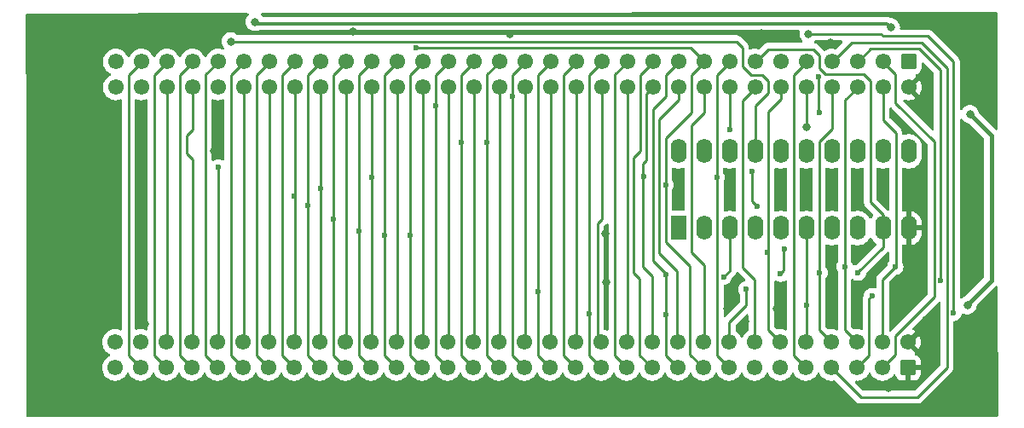
<source format=gbl>
%TF.GenerationSoftware,KiCad,Pcbnew,8.0.6-8.0.6-0~ubuntu24.04.1*%
%TF.CreationDate,2024-11-30T23:26:36+01:00*%
%TF.ProjectId,qlexternal512kram_MIX,716c6578-7465-4726-9e61-6c3531326b72,3*%
%TF.SameCoordinates,Original*%
%TF.FileFunction,Copper,L2,Bot*%
%TF.FilePolarity,Positive*%
%FSLAX46Y46*%
G04 Gerber Fmt 4.6, Leading zero omitted, Abs format (unit mm)*
G04 Created by KiCad (PCBNEW 8.0.6-8.0.6-0~ubuntu24.04.1) date 2024-11-30 23:26:36*
%MOMM*%
%LPD*%
G01*
G04 APERTURE LIST*
G04 Aperture macros list*
%AMRoundRect*
0 Rectangle with rounded corners*
0 $1 Rounding radius*
0 $2 $3 $4 $5 $6 $7 $8 $9 X,Y pos of 4 corners*
0 Add a 4 corners polygon primitive as box body*
4,1,4,$2,$3,$4,$5,$6,$7,$8,$9,$2,$3,0*
0 Add four circle primitives for the rounded corners*
1,1,$1+$1,$2,$3*
1,1,$1+$1,$4,$5*
1,1,$1+$1,$6,$7*
1,1,$1+$1,$8,$9*
0 Add four rect primitives between the rounded corners*
20,1,$1+$1,$2,$3,$4,$5,0*
20,1,$1+$1,$4,$5,$6,$7,0*
20,1,$1+$1,$6,$7,$8,$9,0*
20,1,$1+$1,$8,$9,$2,$3,0*%
G04 Aperture macros list end*
%TA.AperFunction,ComponentPad*%
%ADD10RoundRect,0.249999X0.525001X0.525001X-0.525001X0.525001X-0.525001X-0.525001X0.525001X-0.525001X0*%
%TD*%
%TA.AperFunction,ComponentPad*%
%ADD11C,1.550000*%
%TD*%
%TA.AperFunction,ComponentPad*%
%ADD12RoundRect,0.249999X-0.525001X-0.525001X0.525001X-0.525001X0.525001X0.525001X-0.525001X0.525001X0*%
%TD*%
%TA.AperFunction,ComponentPad*%
%ADD13R,1.600000X2.400000*%
%TD*%
%TA.AperFunction,ComponentPad*%
%ADD14O,1.600000X2.400000*%
%TD*%
%TA.AperFunction,ViaPad*%
%ADD15C,0.800000*%
%TD*%
%TA.AperFunction,ViaPad*%
%ADD16C,0.600000*%
%TD*%
%TA.AperFunction,Conductor*%
%ADD17C,0.400000*%
%TD*%
%TA.AperFunction,Conductor*%
%ADD18C,0.250000*%
%TD*%
%TA.AperFunction,Conductor*%
%ADD19C,0.300000*%
%TD*%
G04 APERTURE END LIST*
D10*
%TO.P,J1,a1,GND*%
%TO.N,GND*%
X181070000Y-57785000D03*
D11*
%TO.P,J1,a2,D3*%
%TO.N,/D3*%
X178530000Y-57785000D03*
%TO.P,J1,a3,D4*%
%TO.N,/D4*%
X175990000Y-57785000D03*
%TO.P,J1,a4,D5*%
%TO.N,/D5*%
X173450000Y-57785000D03*
%TO.P,J1,a5,D6*%
%TO.N,/D6*%
X170910000Y-57785000D03*
%TO.P,J1,a6,D7*%
%TO.N,/D7*%
X168370000Y-57785000D03*
%TO.P,J1,a7,A19*%
%TO.N,/A19*%
X165830000Y-57785000D03*
%TO.P,J1,a8,A18*%
%TO.N,/A18*%
X163290000Y-57785000D03*
%TO.P,J1,a9,A17*%
%TO.N,/A17*%
X160750000Y-57785000D03*
%TO.P,J1,a10,A16*%
%TO.N,/A16*%
X158210000Y-57785000D03*
%TO.P,J1,a11,CLKCPU*%
%TO.N,/CLKCPU*%
X155670000Y-57785000D03*
%TO.P,J1,a12,RED*%
%TO.N,/RED*%
X153130000Y-57785000D03*
%TO.P,J1,a13,A14*%
%TO.N,/A14*%
X150590000Y-57785000D03*
%TO.P,J1,a14,A13*%
%TO.N,/A13*%
X148050000Y-57785000D03*
%TO.P,J1,a15,A12*%
%TO.N,/A12*%
X145510000Y-57785000D03*
%TO.P,J1,a16,A11*%
%TO.N,/A11*%
X142970000Y-57785000D03*
%TO.P,J1,a17,A10*%
%TO.N,/A10*%
X140430000Y-57785000D03*
%TO.P,J1,a18,A9*%
%TO.N,/A9*%
X137890000Y-57785000D03*
%TO.P,J1,a19,A8*%
%TO.N,/A8*%
X135350000Y-57785000D03*
%TO.P,J1,a20,A7*%
%TO.N,/A7*%
X132810000Y-57785000D03*
%TO.P,J1,a21,A6*%
%TO.N,/A6*%
X130270000Y-57785000D03*
%TO.P,J1,a22,A5*%
%TO.N,/A5*%
X127730000Y-57785000D03*
%TO.P,J1,a23,A4*%
%TO.N,/A4*%
X125190000Y-57785000D03*
%TO.P,J1,a24,A3*%
%TO.N,/A3*%
X122650000Y-57785000D03*
%TO.P,J1,a25,~{DBG}*%
%TO.N,/DBG*%
X120110000Y-57785000D03*
%TO.P,J1,a26,SP2*%
%TO.N,/SP2*%
X117570000Y-57785000D03*
%TO.P,J1,a27,~{DSMC}*%
%TO.N,/DSMC*%
X115030000Y-57785000D03*
%TO.P,J1,a28,SP1*%
%TO.N,/SP1*%
X112490000Y-57785000D03*
%TO.P,J1,a29,SP0*%
%TO.N,/SP0*%
X109950000Y-57785000D03*
%TO.P,J1,a30,+12V*%
%TO.N,/ma12v*%
X107410000Y-57785000D03*
%TO.P,J1,a31,-12V*%
%TO.N,/me12v*%
X104870000Y-57785000D03*
%TO.P,J1,a32,Vin*%
%TO.N,+9V*%
X102330000Y-57785000D03*
%TO.P,J1,b1,GND*%
%TO.N,GND*%
X181070000Y-60325000D03*
%TO.P,J1,b2,D2*%
%TO.N,/D2*%
X178530000Y-60325000D03*
%TO.P,J1,b3,D1*%
%TO.N,/D1*%
X175990000Y-60325000D03*
%TO.P,J1,b4,D0*%
%TO.N,/D0*%
X173450000Y-60325000D03*
%TO.P,J1,b5,~{AS}*%
%TO.N,/AS*%
X170910000Y-60325000D03*
%TO.P,J1,b6,~{DS}*%
%TO.N,/DS*%
X168370000Y-60325000D03*
%TO.P,J1,b7,~{DRW}*%
%TO.N,/RW*%
X165830000Y-60325000D03*
%TO.P,J1,b8,~{DTACK}*%
%TO.N,/DTACK*%
X163290000Y-60325000D03*
%TO.P,J1,b9,~{BG}*%
%TO.N,/BG*%
X160750000Y-60325000D03*
%TO.P,J1,b10,~{BR}*%
%TO.N,/BR*%
X158210000Y-60325000D03*
%TO.P,J1,b11,A15*%
%TO.N,/A15*%
X155670000Y-60325000D03*
%TO.P,J1,b12,~{RESETCPU}*%
%TO.N,/RESET*%
X153130000Y-60325000D03*
%TO.P,J1,b13,~{CSYNC}*%
%TO.N,/CSYNC*%
X150590000Y-60325000D03*
%TO.P,J1,b14,E*%
%TO.N,/E*%
X148050000Y-60325000D03*
%TO.P,J1,b15,VSYNCH*%
%TO.N,/VSYNC*%
X145510000Y-60325000D03*
%TO.P,J1,b16,~{VPA}*%
%TO.N,/VPA*%
X142970000Y-60325000D03*
%TO.P,J1,b17,GREEN*%
%TO.N,/GREEN*%
X140430000Y-60325000D03*
%TO.P,J1,b18,BLUE*%
%TO.N,/BLUE*%
X137890000Y-60325000D03*
%TO.P,J1,b19,FC2*%
%TO.N,/FC2*%
X135350000Y-60325000D03*
%TO.P,J1,b20,FC1*%
%TO.N,/FC1*%
X132810000Y-60325000D03*
%TO.P,J1,b21,FC0*%
%TO.N,/FC0*%
X130270000Y-60325000D03*
%TO.P,J1,b22,A0*%
%TO.N,/A0*%
X127730000Y-60325000D03*
%TO.P,J1,b23,ROMOEH*%
%TO.N,/ROMOE*%
X125190000Y-60325000D03*
%TO.P,J1,b24,A1*%
%TO.N,/A1*%
X122650000Y-60325000D03*
%TO.P,J1,b25,A2*%
%TO.N,/A2*%
X120110000Y-60325000D03*
%TO.P,J1,b26,SP3*%
%TO.N,/SP3*%
X117570000Y-60325000D03*
%TO.P,J1,b27,~{IPLO}*%
%TO.N,/IPL0*%
X115030000Y-60325000D03*
%TO.P,J1,b28,~{BERR}*%
%TO.N,/BERR*%
X112490000Y-60325000D03*
%TO.P,J1,b29,~{IPL1}*%
%TO.N,/IPL1*%
X109950000Y-60325000D03*
%TO.P,J1,b30,~{EXTINT}*%
%TO.N,/EXTINT*%
X107410000Y-60325000D03*
%TO.P,J1,b31,Vin*%
%TO.N,+9V*%
X104870000Y-60325000D03*
%TO.P,J1,b32,Vin*%
X102330000Y-60325000D03*
%TD*%
D12*
%TO.P,J2,a1,GND*%
%TO.N,GND*%
X181010000Y-88180000D03*
D11*
%TO.P,J2,a2,D3*%
%TO.N,/D3*%
X178470000Y-88180000D03*
%TO.P,J2,a3,D4*%
%TO.N,/D4*%
X175930000Y-88180000D03*
%TO.P,J2,a4,D5*%
%TO.N,/D5*%
X173390000Y-88180000D03*
%TO.P,J2,a5,D6*%
%TO.N,/D6*%
X170850000Y-88180000D03*
%TO.P,J2,a6,D7*%
%TO.N,/D7*%
X168310000Y-88180000D03*
%TO.P,J2,a7,A19*%
%TO.N,/A19*%
X165770000Y-88180000D03*
%TO.P,J2,a8,A18*%
%TO.N,/A18*%
X163230000Y-88180000D03*
%TO.P,J2,a9,A17*%
%TO.N,/A17*%
X160690000Y-88180000D03*
%TO.P,J2,a10,A16*%
%TO.N,/A16*%
X158150000Y-88180000D03*
%TO.P,J2,a11,CLKCPU*%
%TO.N,/CLKCPU*%
X155610000Y-88180000D03*
%TO.P,J2,a12,RED*%
%TO.N,/RED*%
X153070000Y-88180000D03*
%TO.P,J2,a13,A14*%
%TO.N,/A14*%
X150530000Y-88180000D03*
%TO.P,J2,a14,A13*%
%TO.N,/A13*%
X147990000Y-88180000D03*
%TO.P,J2,a15,A12*%
%TO.N,/A12*%
X145450000Y-88180000D03*
%TO.P,J2,a16,A11*%
%TO.N,/A11*%
X142910000Y-88180000D03*
%TO.P,J2,a17,A10*%
%TO.N,/A10*%
X140370000Y-88180000D03*
%TO.P,J2,a18,A9*%
%TO.N,/A9*%
X137830000Y-88180000D03*
%TO.P,J2,a19,A8*%
%TO.N,/A8*%
X135290000Y-88180000D03*
%TO.P,J2,a20,A7*%
%TO.N,/A7*%
X132750000Y-88180000D03*
%TO.P,J2,a21,A6*%
%TO.N,/A6*%
X130210000Y-88180000D03*
%TO.P,J2,a22,A5*%
%TO.N,/A5*%
X127670000Y-88180000D03*
%TO.P,J2,a23,A4*%
%TO.N,/A4*%
X125130000Y-88180000D03*
%TO.P,J2,a24,A3*%
%TO.N,/A3*%
X122590000Y-88180000D03*
%TO.P,J2,a25,~{DBG}*%
%TO.N,/DBG*%
X120050000Y-88180000D03*
%TO.P,J2,a26,SP2*%
%TO.N,/SP2*%
X117510000Y-88180000D03*
%TO.P,J2,a27,~{DSMC}*%
%TO.N,/DSMC*%
X114970000Y-88180000D03*
%TO.P,J2,a28,SP1*%
%TO.N,/SP1*%
X112430000Y-88180000D03*
%TO.P,J2,a29,SP0*%
%TO.N,/SP0*%
X109890000Y-88180000D03*
%TO.P,J2,a30,+12V*%
%TO.N,/ma12v*%
X107350000Y-88180000D03*
%TO.P,J2,a31,-12V*%
%TO.N,/me12v*%
X104810000Y-88180000D03*
%TO.P,J2,a32,Vin*%
%TO.N,+9V*%
X102270000Y-88180000D03*
%TO.P,J2,b1,GND*%
%TO.N,GND*%
X181010000Y-85640000D03*
%TO.P,J2,b2,D2*%
%TO.N,/D2*%
X178470000Y-85640000D03*
%TO.P,J2,b3,D1*%
%TO.N,/D1*%
X175930000Y-85640000D03*
%TO.P,J2,b4,D0*%
%TO.N,/D0*%
X173390000Y-85640000D03*
%TO.P,J2,b5,~{AS}*%
%TO.N,/AS*%
X170850000Y-85640000D03*
%TO.P,J2,b6,~{DS}*%
%TO.N,/DS*%
X168310000Y-85640000D03*
%TO.P,J2,b7,~{DRW}*%
%TO.N,/RW*%
X165770000Y-85640000D03*
%TO.P,J2,b8,~{DTACK}*%
%TO.N,/DTACK*%
X163230000Y-85640000D03*
%TO.P,J2,b9,~{BG}*%
%TO.N,/BG*%
X160690000Y-85640000D03*
%TO.P,J2,b10,~{BR}*%
%TO.N,/BR*%
X158150000Y-85640000D03*
%TO.P,J2,b11,A15*%
%TO.N,/A15*%
X155610000Y-85640000D03*
%TO.P,J2,b12,~{RESETCPU}*%
%TO.N,/RESET*%
X153070000Y-85640000D03*
%TO.P,J2,b13,~{CSYNC}*%
%TO.N,/CSYNC*%
X150530000Y-85640000D03*
%TO.P,J2,b14,E*%
%TO.N,/E*%
X147990000Y-85640000D03*
%TO.P,J2,b15,VSYNCH*%
%TO.N,/VSYNC*%
X145450000Y-85640000D03*
%TO.P,J2,b16,~{VPA}*%
%TO.N,/VPA*%
X142910000Y-85640000D03*
%TO.P,J2,b17,GREEN*%
%TO.N,/GREEN*%
X140370000Y-85640000D03*
%TO.P,J2,b18,BLUE*%
%TO.N,/BLUE*%
X137830000Y-85640000D03*
%TO.P,J2,b19,FC2*%
%TO.N,/FC2*%
X135290000Y-85640000D03*
%TO.P,J2,b20,FC1*%
%TO.N,/FC1*%
X132750000Y-85640000D03*
%TO.P,J2,b21,FC0*%
%TO.N,/FC0*%
X130210000Y-85640000D03*
%TO.P,J2,b22,A0*%
%TO.N,/A0*%
X127670000Y-85640000D03*
%TO.P,J2,b23,ROMOEH*%
%TO.N,/ROMOE*%
X125130000Y-85640000D03*
%TO.P,J2,b24,A1*%
%TO.N,/A1*%
X122590000Y-85640000D03*
%TO.P,J2,b25,A2*%
%TO.N,/A2*%
X120050000Y-85640000D03*
%TO.P,J2,b26,SP3*%
%TO.N,/SP3*%
X117510000Y-85640000D03*
%TO.P,J2,b27,~{IPLO}*%
%TO.N,/IPL0*%
X114970000Y-85640000D03*
%TO.P,J2,b28,~{BERR}*%
%TO.N,Net-(J2-~{BERR})*%
X112430000Y-85640000D03*
%TO.P,J2,b29,~{IPL1}*%
%TO.N,/IPL1*%
X109890000Y-85640000D03*
%TO.P,J2,b30,~{EXTINT}*%
%TO.N,/EXTINT*%
X107350000Y-85640000D03*
%TO.P,J2,b31,Vin*%
%TO.N,+9V*%
X104810000Y-85640000D03*
%TO.P,J2,b32,Vin*%
X102270000Y-85640000D03*
%TD*%
D13*
%TO.P,U2,1,I1/CLK*%
%TO.N,/DS*%
X158215000Y-74310000D03*
D14*
%TO.P,U2,2,I2*%
%TO.N,/A17*%
X160755000Y-74310000D03*
%TO.P,U2,3,I3*%
%TO.N,/A16*%
X163295000Y-74310000D03*
%TO.P,U2,4,I4*%
%TO.N,/A15*%
X165835000Y-74310000D03*
%TO.P,U2,5,I5*%
%TO.N,unconnected-(U2-I5-Pad5)*%
X168375000Y-74310000D03*
%TO.P,U2,6,I6*%
%TO.N,/AS*%
X170915000Y-74310000D03*
%TO.P,U2,7,I7*%
%TO.N,Net-(U2-I7)*%
X173455000Y-74310000D03*
%TO.P,U2,8,I8*%
%TO.N,Net-(U2-I8)*%
X175995000Y-74310000D03*
%TO.P,U2,9,I9*%
%TO.N,/A19*%
X178535000Y-74310000D03*
%TO.P,U2,10,GND*%
%TO.N,GND*%
X181075000Y-74310000D03*
%TO.P,U2,11,I10/~{OE}*%
%TO.N,/A18*%
X181075000Y-66690000D03*
%TO.P,U2,12,IO8*%
%TO.N,unconnected-(U2-IO8-Pad12)*%
X178535000Y-66690000D03*
%TO.P,U2,13,IO7*%
%TO.N,unconnected-(U2-IO7-Pad13)*%
X175995000Y-66690000D03*
%TO.P,U2,14,IO6*%
%TO.N,/DTACK*%
X173455000Y-66690000D03*
%TO.P,U2,15,IO5*%
%TO.N,unconnected-(U2-IO5-Pad15)*%
X170915000Y-66690000D03*
%TO.P,U2,16,IO4*%
%TO.N,/DSMC*%
X168375000Y-66690000D03*
%TO.P,U2,17,I03*%
%TO.N,Net-(SW2-C)*%
X165835000Y-66690000D03*
%TO.P,U2,18,IO2*%
%TO.N,/RAM_OE*%
X163295000Y-66690000D03*
%TO.P,U2,19,IO1*%
%TO.N,/RAM_CE*%
X160755000Y-66690000D03*
%TO.P,U2,20,VCC*%
%TO.N,VCC*%
X158215000Y-66690000D03*
%TD*%
D15*
%TO.N,GND*%
X175970000Y-76515000D03*
X141430000Y-55065000D03*
X186950000Y-70535000D03*
X166450000Y-54965000D03*
X167990000Y-82315000D03*
X118930000Y-91325000D03*
X112050000Y-66625000D03*
X176050000Y-83425000D03*
X104780000Y-62365000D03*
X99630000Y-85085000D03*
X187990000Y-75615000D03*
X125900000Y-54835000D03*
X181880000Y-71195000D03*
X168380000Y-71295000D03*
X173460000Y-83425000D03*
X170870000Y-71285000D03*
X178700000Y-71245000D03*
X181660000Y-78975000D03*
X186750000Y-87115000D03*
X182820000Y-83395000D03*
X157000000Y-92055000D03*
X173630000Y-79115000D03*
X105270000Y-83865000D03*
X139040000Y-91505000D03*
X173480000Y-71255000D03*
X169710000Y-90495000D03*
X150970000Y-74835000D03*
X105980000Y-91385000D03*
X97930000Y-60805000D03*
X176030000Y-80405000D03*
X97980000Y-71275000D03*
X104880000Y-70435000D03*
X151060000Y-79675000D03*
X173280000Y-55935000D03*
X107000000Y-55215000D03*
X163330000Y-71185000D03*
X179780000Y-83395000D03*
X173470000Y-76485000D03*
X158150000Y-71655000D03*
X187700000Y-60875000D03*
X149090000Y-89735000D03*
X175940000Y-71265000D03*
X164200000Y-79395000D03*
X179080000Y-90175000D03*
X163060000Y-82295000D03*
X164800000Y-83545000D03*
D16*
%TO.N,/A3*%
X121400000Y-72105000D03*
%TO.N,/A4*%
X123910000Y-73455000D03*
%TO.N,/A5*%
X126470000Y-74615000D03*
%TO.N,/A6*%
X128990000Y-75045000D03*
%TO.N,/A7*%
X131550000Y-75065000D03*
%TO.N,/A8*%
X134070000Y-62165000D03*
%TO.N,/A9*%
X136600000Y-65835000D03*
%TO.N,/A10*%
X139166942Y-65798058D03*
%TO.N,/A11*%
X141680000Y-61255000D03*
%TO.N,/A12*%
X144240000Y-80645000D03*
%TO.N,/D7*%
X185505000Y-82735000D03*
D15*
X171140000Y-55045000D03*
D16*
%TO.N,/D5*%
X172220000Y-62865000D03*
X172140558Y-59264442D03*
%TO.N,/D4*%
X184235000Y-79530000D03*
X177410000Y-81065000D03*
%TO.N,/A2*%
X120080000Y-71165000D03*
%TO.N,/A1*%
X122640000Y-70335000D03*
%TO.N,/A0*%
X127720000Y-69315000D03*
%TO.N,/D0*%
X172220000Y-78735000D03*
%TO.N,/D1*%
X174720000Y-78135000D03*
%TO.N,/D2*%
X179730000Y-78155000D03*
D15*
%TO.N,/DSMC*%
X116150000Y-53845000D03*
X179290000Y-54385000D03*
D16*
%TO.N,/A14*%
X149300000Y-82790000D03*
%TO.N,/A16*%
X156950000Y-82935000D03*
X162680000Y-79165000D03*
X156940000Y-78945000D03*
%TO.N,/A17*%
X156930000Y-70035000D03*
X132170000Y-56415000D03*
%TO.N,/A18*%
X162010000Y-69305000D03*
%TO.N,/A19*%
X176050000Y-78745000D03*
%TO.N,/A15*%
X154730000Y-69195000D03*
%TO.N,/DS*%
X167060000Y-76735000D03*
D15*
%TO.N,/AS*%
X170910000Y-64262000D03*
D16*
X170915000Y-81935000D03*
D15*
X186910000Y-81985000D03*
X187150000Y-63015000D03*
D16*
%TO.N,/DTACK*%
X163290000Y-64516000D03*
X168345000Y-78835000D03*
X168720000Y-76410000D03*
X164940000Y-80405000D03*
X166005000Y-72130000D03*
X165550000Y-68655000D03*
%TO.N,Net-(J2-~{BERR})*%
X112510000Y-68275000D03*
D15*
%TO.N,Net-(SW2-C)*%
X113760000Y-55790000D03*
%TD*%
D17*
%TO.N,/AS*%
X189260000Y-79520000D02*
X186910000Y-81870000D01*
X186910000Y-81870000D02*
X186910000Y-81985000D01*
X187150000Y-63015000D02*
X189260000Y-65125000D01*
X189260000Y-65125000D02*
X189260000Y-79520000D01*
D18*
%TO.N,/A3*%
X121380000Y-86970000D02*
X122590000Y-88180000D01*
X122650000Y-57820000D02*
X121380000Y-59090000D01*
X121380000Y-59090000D02*
X121380000Y-86970000D01*
%TO.N,/A4*%
X123920000Y-86970000D02*
X125130000Y-88180000D01*
X123910000Y-73455000D02*
X123920000Y-73465000D01*
X123920000Y-73465000D02*
X123920000Y-86970000D01*
X123910000Y-73455000D02*
X123920000Y-73445000D01*
X123920000Y-59090000D02*
X125190000Y-57820000D01*
X123920000Y-73445000D02*
X123920000Y-59090000D01*
%TO.N,/A5*%
X127670000Y-88180000D02*
X126460000Y-86970000D01*
X126460000Y-86970000D02*
X126460000Y-59090000D01*
X126460000Y-59090000D02*
X127730000Y-57820000D01*
%TO.N,/A6*%
X129000000Y-86970000D02*
X130210000Y-88180000D01*
X128990000Y-75045000D02*
X129000000Y-75035000D01*
X129000000Y-59090000D02*
X130270000Y-57820000D01*
X129000000Y-75035000D02*
X129000000Y-59090000D01*
X128990000Y-75045000D02*
X129000000Y-75055000D01*
X129000000Y-75055000D02*
X129000000Y-86970000D01*
%TO.N,/A7*%
X131540000Y-75075000D02*
X131540000Y-86970000D01*
X131540000Y-86970000D02*
X132750000Y-88180000D01*
X131540000Y-59090000D02*
X132810000Y-57820000D01*
X131550000Y-75065000D02*
X131540000Y-75055000D01*
X131540000Y-75055000D02*
X131540000Y-59090000D01*
X131550000Y-75065000D02*
X131540000Y-75075000D01*
%TO.N,/A8*%
X134070000Y-62165000D02*
X134080000Y-62175000D01*
X134080000Y-62175000D02*
X134080000Y-65579000D01*
X135290000Y-88180000D02*
X134080000Y-86970000D01*
X134080000Y-86970000D02*
X134080000Y-65579000D01*
X134080000Y-59090000D02*
X134080000Y-65579000D01*
X135350000Y-57820000D02*
X134080000Y-59090000D01*
%TO.N,/A9*%
X136620000Y-86970000D02*
X137830000Y-88180000D01*
X136600000Y-65835000D02*
X136600000Y-59110000D01*
X136600000Y-59110000D02*
X137890000Y-57820000D01*
X136620000Y-65855000D02*
X136620000Y-86970000D01*
X136600000Y-65835000D02*
X136620000Y-65855000D01*
%TO.N,/A10*%
X139160000Y-59055000D02*
X139160000Y-86970000D01*
X139160000Y-86970000D02*
X140370000Y-88180000D01*
X140430000Y-57820000D02*
X139195000Y-59055000D01*
X139195000Y-59055000D02*
X139160000Y-59055000D01*
%TO.N,/A11*%
X142910000Y-88180000D02*
X141700000Y-86970000D01*
X141700000Y-86970000D02*
X141700000Y-59090000D01*
X141700000Y-59090000D02*
X142970000Y-57820000D01*
%TO.N,/A12*%
X144240000Y-86970000D02*
X145450000Y-88180000D01*
X144240000Y-80645000D02*
X144240000Y-86970000D01*
X144240000Y-80645000D02*
X144240000Y-59090000D01*
X144240000Y-59090000D02*
X145510000Y-57820000D01*
%TO.N,/D7*%
X171140000Y-55045000D02*
X178310000Y-55045000D01*
X182975000Y-55245000D02*
X185515000Y-57785000D01*
X185515000Y-57785000D02*
X185515000Y-82725000D01*
X178310000Y-55045000D02*
X178510000Y-55245000D01*
X185515000Y-82725000D02*
X185505000Y-82735000D01*
X178510000Y-55245000D02*
X182975000Y-55245000D01*
%TO.N,/D6*%
X169640000Y-86970000D02*
X170850000Y-88180000D01*
X169640000Y-59090000D02*
X169640000Y-86970000D01*
X170910000Y-57820000D02*
X169640000Y-59090000D01*
%TO.N,/D5*%
X172140558Y-62785558D02*
X172220000Y-62865000D01*
X175390000Y-55880000D02*
X173450000Y-57820000D01*
X181900000Y-91115000D02*
X184880000Y-88135000D01*
X182340000Y-55880000D02*
X175390000Y-55880000D01*
X173390000Y-88180000D02*
X176325000Y-91115000D01*
X176325000Y-91115000D02*
X181900000Y-91115000D01*
X184880000Y-58420000D02*
X182340000Y-55880000D01*
X184880000Y-88135000D02*
X184880000Y-58420000D01*
X172140558Y-59264442D02*
X172140558Y-62785558D01*
%TO.N,/D4*%
X177410000Y-81065000D02*
X177150000Y-81325000D01*
X177150000Y-81325000D02*
X177150000Y-86960000D01*
X184210000Y-58635000D02*
X182090000Y-56515000D01*
X177295000Y-56515000D02*
X175990000Y-57820000D01*
X177150000Y-86960000D02*
X175930000Y-88180000D01*
X182090000Y-56515000D02*
X177295000Y-56515000D01*
X184210000Y-79505000D02*
X184210000Y-58635000D01*
X184210000Y-79505000D02*
X184235000Y-79530000D01*
%TO.N,/D3*%
X179730000Y-86920000D02*
X179730000Y-85050000D01*
X183610000Y-65715000D02*
X179765000Y-61870000D01*
X179765000Y-59055000D02*
X178530000Y-57820000D01*
X178470000Y-88180000D02*
X179730000Y-86920000D01*
X179730000Y-85050000D02*
X183610000Y-81170000D01*
X183610000Y-81170000D02*
X183610000Y-65715000D01*
X179765000Y-61870000D02*
X179765000Y-59055000D01*
%TO.N,/A2*%
X120110000Y-85580000D02*
X120050000Y-85640000D01*
X120110000Y-60360000D02*
X120110000Y-62865000D01*
X120110000Y-62755000D02*
X120110000Y-85580000D01*
%TO.N,/A1*%
X122650000Y-68065000D02*
X122650000Y-60360000D01*
X122650000Y-74535000D02*
X122650000Y-68065000D01*
X122650000Y-74575000D02*
X122650000Y-85580000D01*
X122670000Y-74555000D02*
X122650000Y-74535000D01*
X122650000Y-85580000D02*
X122590000Y-85640000D01*
X122670000Y-74555000D02*
X122650000Y-74575000D01*
%TO.N,/A0*%
X127730000Y-85580000D02*
X127670000Y-85640000D01*
X127720000Y-69315000D02*
X127730000Y-69325000D01*
X127730000Y-69325000D02*
X127730000Y-85580000D01*
X127730000Y-69305000D02*
X127730000Y-60360000D01*
X127720000Y-69315000D02*
X127730000Y-69305000D01*
%TO.N,/RW*%
X165770000Y-79455000D02*
X164560000Y-78245000D01*
X164560000Y-61630000D02*
X165830000Y-60360000D01*
X165770000Y-85640000D02*
X165770000Y-79455000D01*
X164560000Y-78245000D02*
X164560000Y-64470711D01*
X164560000Y-64995000D02*
X164560000Y-61630000D01*
%TO.N,/D0*%
X172220000Y-78735000D02*
X172180000Y-78775000D01*
X172180000Y-65732100D02*
X172180000Y-72905000D01*
X173450000Y-60360000D02*
X173450000Y-64462100D01*
X173450000Y-64462100D02*
X172180000Y-65732100D01*
X172180000Y-84430000D02*
X173390000Y-85640000D01*
X172180000Y-78695000D02*
X172220000Y-78735000D01*
X172180000Y-78775000D02*
X172180000Y-84430000D01*
X172180000Y-72395000D02*
X172180000Y-78695000D01*
%TO.N,/D1*%
X175990000Y-60360000D02*
X174755000Y-61595000D01*
X174720000Y-84430000D02*
X175930000Y-85640000D01*
X174755000Y-61595000D02*
X174720000Y-61595000D01*
X174720000Y-78135000D02*
X174720000Y-84430000D01*
X174720000Y-72395000D02*
X174720000Y-78135000D01*
X174720000Y-61595000D02*
X174720000Y-72725000D01*
%TO.N,/D2*%
X178530000Y-60360000D02*
X178530000Y-63620000D01*
X179730000Y-78155000D02*
X179800000Y-78085000D01*
X179800000Y-78085000D02*
X179800000Y-72395000D01*
X179730000Y-78155000D02*
X178470000Y-79415000D01*
X179800000Y-64890000D02*
X179800000Y-72695000D01*
X178470000Y-79415000D02*
X178470000Y-85640000D01*
X178530000Y-63620000D02*
X179800000Y-64890000D01*
%TO.N,/SP0*%
X109950000Y-57820000D02*
X108680000Y-59090000D01*
X108680000Y-59090000D02*
X108680000Y-86970000D01*
X108680000Y-86970000D02*
X109890000Y-88180000D01*
%TO.N,/SP1*%
X112490000Y-57820000D02*
X111255000Y-59055000D01*
X111255000Y-59055000D02*
X111220000Y-59055000D01*
X111220000Y-59055000D02*
X111220000Y-86970000D01*
X111220000Y-86970000D02*
X112430000Y-88180000D01*
%TO.N,/DSMC*%
X114970000Y-88180000D02*
X113760000Y-86970000D01*
X113760000Y-59090000D02*
X115030000Y-57820000D01*
D19*
X179290000Y-54385000D02*
X178910000Y-54005000D01*
D18*
X113760000Y-86970000D02*
X113760000Y-59090000D01*
D19*
X116310000Y-54005000D02*
X116150000Y-53845000D01*
X178910000Y-54005000D02*
X116310000Y-54005000D01*
D18*
%TO.N,/SP2*%
X117570000Y-57820000D02*
X116300000Y-59090000D01*
X116300000Y-59090000D02*
X116300000Y-86970000D01*
X116300000Y-86970000D02*
X117510000Y-88180000D01*
%TO.N,/A13*%
X146780000Y-59090000D02*
X146780000Y-86970000D01*
X146780000Y-86970000D02*
X147990000Y-88180000D01*
X148050000Y-57820000D02*
X146780000Y-59090000D01*
%TO.N,/A14*%
X149320000Y-86970000D02*
X149320000Y-59090000D01*
X149320000Y-59090000D02*
X150590000Y-57820000D01*
X150530000Y-88180000D02*
X149320000Y-86970000D01*
%TO.N,/A16*%
X156950000Y-59080000D02*
X158210000Y-57820000D01*
X162680000Y-79165000D02*
X163323648Y-78521352D01*
X155670000Y-62515000D02*
X156950000Y-61235000D01*
X163323648Y-78521352D02*
X163323648Y-74338648D01*
X156940000Y-86970000D02*
X156940000Y-78867000D01*
X156950000Y-61235000D02*
X156950000Y-59080000D01*
X158150000Y-88180000D02*
X156940000Y-86970000D01*
X156940000Y-78867000D02*
X155670000Y-77597000D01*
X155670000Y-77597000D02*
X155670000Y-62515000D01*
%TO.N,/A17*%
X159480000Y-62865000D02*
X159480000Y-59090000D01*
X159380000Y-56415000D02*
X132170000Y-56415000D01*
X160750000Y-57785000D02*
X159380000Y-56415000D01*
X159370000Y-78105827D02*
X156940000Y-75675827D01*
X159370000Y-86860000D02*
X159370000Y-78105827D01*
X156940000Y-75675827D02*
X156940000Y-65405000D01*
X156940000Y-65405000D02*
X159480000Y-62865000D01*
X160690000Y-88180000D02*
X159370000Y-86860000D01*
X159480000Y-59090000D02*
X160750000Y-57820000D01*
%TO.N,/A18*%
X162020000Y-59090000D02*
X163290000Y-57820000D01*
X162020000Y-69295000D02*
X162020000Y-59090000D01*
X162050000Y-87000000D02*
X163230000Y-88180000D01*
X162010000Y-69305000D02*
X162020000Y-69295000D01*
X162050000Y-69345000D02*
X162050000Y-87000000D01*
X162010000Y-69305000D02*
X162050000Y-69345000D01*
%TO.N,/A19*%
X172815000Y-59055000D02*
X176625000Y-59055000D01*
X171580000Y-56550000D02*
X172180000Y-57150000D01*
X178535000Y-73030000D02*
X178535000Y-74310000D01*
X165830000Y-57820000D02*
X167100000Y-56550000D01*
X176625000Y-59055000D02*
X177260000Y-59690000D01*
X177260000Y-59690000D02*
X177260000Y-71755000D01*
X172180000Y-58420000D02*
X172815000Y-59055000D01*
X172180000Y-57150000D02*
X172180000Y-58420000D01*
X176050000Y-78680000D02*
X178535000Y-76195000D01*
X177260000Y-71755000D02*
X178535000Y-73030000D01*
X176050000Y-78745000D02*
X176050000Y-78680000D01*
X167100000Y-56550000D02*
X171580000Y-56550000D01*
X178535000Y-76195000D02*
X178535000Y-74310000D01*
%TO.N,/SP3*%
X117570000Y-60360000D02*
X117570000Y-68065000D01*
X117570000Y-85580000D02*
X117510000Y-85640000D01*
X117570000Y-68065000D02*
X117570000Y-85580000D01*
%TO.N,/VPA*%
X142970000Y-62865000D02*
X142970000Y-85580000D01*
X142970000Y-85580000D02*
X142910000Y-85640000D01*
X142970000Y-60360000D02*
X142970000Y-62865000D01*
%TO.N,/E*%
X148050000Y-68065000D02*
X148050000Y-85580000D01*
X148050000Y-60360000D02*
X148050000Y-68235000D01*
X148050000Y-85580000D02*
X147990000Y-85640000D01*
%TO.N,/RESET*%
X153130000Y-85580000D02*
X153070000Y-85640000D01*
X153130000Y-66795000D02*
X153130000Y-85580000D01*
X153130000Y-60360000D02*
X153130000Y-68485000D01*
%TO.N,/A15*%
X154685000Y-69150000D02*
X154685000Y-67914000D01*
X154685000Y-67914000D02*
X155035000Y-67564000D01*
X154730000Y-69195000D02*
X154660000Y-69265000D01*
X154660000Y-69265000D02*
X154660000Y-78125000D01*
X155660000Y-84981116D02*
X155610000Y-85031116D01*
X155035000Y-67564000D02*
X155035000Y-60960000D01*
X154730000Y-69195000D02*
X154685000Y-69150000D01*
X155035000Y-60960000D02*
X155635000Y-60360000D01*
X154660000Y-78125000D02*
X155610000Y-79075000D01*
X155910000Y-85615000D02*
X155940000Y-85585000D01*
X155610000Y-79075000D02*
X155610000Y-85640000D01*
%TO.N,/DS*%
X167100000Y-76775000D02*
X167100000Y-84430000D01*
X167100000Y-62738000D02*
X167100000Y-65019000D01*
X167060000Y-76735000D02*
X167105000Y-76690000D01*
X168370000Y-61468000D02*
X167100000Y-62738000D01*
X167105000Y-76690000D02*
X167105000Y-65024000D01*
X167060000Y-76735000D02*
X167100000Y-76775000D01*
X168370000Y-60325000D02*
X168370000Y-61468000D01*
X167100000Y-84430000D02*
X168310000Y-85640000D01*
%TO.N,/AS*%
X170915000Y-81935000D02*
X170915000Y-85575000D01*
X170915000Y-85575000D02*
X170850000Y-85640000D01*
X170910000Y-64262000D02*
X170910000Y-60360000D01*
X170915000Y-74310000D02*
X170915000Y-81935000D01*
%TO.N,/DTACK*%
X163290000Y-64516000D02*
X163290000Y-60360000D01*
X165550000Y-68655000D02*
X165550000Y-71675000D01*
X165550000Y-71675000D02*
X166005000Y-72130000D01*
X164940000Y-80405000D02*
X164940000Y-81955000D01*
X168660000Y-78520000D02*
X168660000Y-76470000D01*
X168660000Y-76470000D02*
X168720000Y-76410000D01*
X168345000Y-78835000D02*
X168660000Y-78520000D01*
X164940000Y-81955000D02*
X163230000Y-83665000D01*
X163230000Y-83665000D02*
X163230000Y-85640000D01*
%TO.N,/BG*%
X159480000Y-64135000D02*
X159480000Y-72665000D01*
X160750000Y-85580000D02*
X160690000Y-85640000D01*
X160750000Y-62865000D02*
X159480000Y-64135000D01*
X160750000Y-60360000D02*
X160750000Y-62865000D01*
X159480000Y-72390000D02*
X159480000Y-76735000D01*
X159480000Y-76735000D02*
X160750000Y-78005000D01*
X160750000Y-78005000D02*
X160750000Y-85580000D01*
%TO.N,/BR*%
X156305000Y-63500000D02*
X156305000Y-76835000D01*
X156305000Y-76835000D02*
X158100000Y-78630000D01*
X158210000Y-60360000D02*
X158210000Y-61595000D01*
X158100000Y-85590000D02*
X158150000Y-85640000D01*
X158100000Y-78630000D02*
X158100000Y-85590000D01*
X158210000Y-61595000D02*
X156305000Y-63500000D01*
%TO.N,/CSYNC*%
X150590000Y-73445000D02*
X150150000Y-73885000D01*
X150590000Y-68065000D02*
X150590000Y-73445000D01*
X150150000Y-85260000D02*
X150530000Y-85640000D01*
X150150000Y-73885000D02*
X150150000Y-85260000D01*
X150590000Y-60360000D02*
X150590000Y-68585000D01*
%TO.N,/VSYNC*%
X145510000Y-60360000D02*
X145510000Y-68065000D01*
X145510000Y-68065000D02*
X145510000Y-85580000D01*
X145510000Y-85580000D02*
X145450000Y-85640000D01*
%TO.N,/GREEN*%
X140430000Y-73145000D02*
X140430000Y-85580000D01*
X140430000Y-60360000D02*
X140430000Y-73145000D01*
X140430000Y-85580000D02*
X140370000Y-85640000D01*
%TO.N,/BLUE*%
X137890000Y-60360000D02*
X137890000Y-68295000D01*
X137890000Y-68065000D02*
X137890000Y-85580000D01*
X137890000Y-85580000D02*
X137830000Y-85640000D01*
%TO.N,/FC2*%
X135350000Y-85580000D02*
X135290000Y-85640000D01*
X135350000Y-60360000D02*
X135350000Y-73145000D01*
X135350000Y-73145000D02*
X135350000Y-85580000D01*
%TO.N,/FC1*%
X132810000Y-60360000D02*
X132810000Y-62865000D01*
X132810000Y-85580000D02*
X132750000Y-85640000D01*
X132810000Y-62865000D02*
X132810000Y-85580000D01*
%TO.N,/FC0*%
X130270000Y-85580000D02*
X130210000Y-85640000D01*
X130270000Y-60360000D02*
X130270000Y-85580000D01*
%TO.N,/ROMOE*%
X125190000Y-60360000D02*
X125190000Y-68455000D01*
X125190000Y-68065000D02*
X125190000Y-85580000D01*
X125190000Y-85580000D02*
X125130000Y-85640000D01*
%TO.N,/IPL0*%
X115030000Y-60360000D02*
X115030000Y-73634600D01*
X115030000Y-85580000D02*
X114970000Y-85640000D01*
X115030000Y-73634600D02*
X115030000Y-85580000D01*
%TO.N,/IPL1*%
X109890000Y-85640000D02*
X109950000Y-85580000D01*
X109950000Y-67505000D02*
X109360000Y-66915000D01*
X109360000Y-65115000D02*
X109950000Y-64525000D01*
X109950000Y-73785000D02*
X109950000Y-67505000D01*
X109950000Y-85580000D02*
X109950000Y-73660000D01*
X109950000Y-64525000D02*
X109950000Y-60360000D01*
X109360000Y-66915000D02*
X109360000Y-65115000D01*
%TO.N,/EXTINT*%
X107410000Y-85580000D02*
X107350000Y-85640000D01*
X107410000Y-68065000D02*
X107410000Y-85580000D01*
X107410000Y-60360000D02*
X107410000Y-68215000D01*
%TO.N,/CLKCPU*%
X153765000Y-78740000D02*
X153765000Y-67310000D01*
X154400000Y-59090000D02*
X155670000Y-57820000D01*
X153765000Y-67310000D02*
X154400000Y-66675000D01*
X154360000Y-79335000D02*
X153765000Y-78740000D01*
X154360000Y-86930000D02*
X154360000Y-79335000D01*
X154400000Y-66675000D02*
X154400000Y-59090000D01*
X155610000Y-88180000D02*
X154360000Y-86930000D01*
%TO.N,/RED*%
X153130000Y-57820000D02*
X151890000Y-59060000D01*
X151890000Y-59060000D02*
X151890000Y-87000000D01*
X151890000Y-87000000D02*
X153070000Y-88180000D01*
%TO.N,/DBG*%
X120050000Y-88180000D02*
X118840000Y-86970000D01*
X118840000Y-59090000D02*
X120110000Y-57820000D01*
X118840000Y-86970000D02*
X118840000Y-59090000D01*
%TO.N,/ma12v*%
X107410000Y-57820000D02*
X106140000Y-59090000D01*
X106140000Y-86970000D02*
X107350000Y-88180000D01*
X106140000Y-59090000D02*
X106140000Y-86970000D01*
%TO.N,/me12v*%
X103600000Y-59090000D02*
X104870000Y-57820000D01*
X103600000Y-86970000D02*
X103600000Y-59090000D01*
X104810000Y-88180000D02*
X103600000Y-86970000D01*
%TO.N,Net-(J2-~{BERR})*%
X112510000Y-68275000D02*
X112490000Y-68295000D01*
X112490000Y-85580000D02*
X112430000Y-85640000D01*
X112490000Y-68295000D02*
X112490000Y-85580000D01*
%TO.N,Net-(SW2-C)*%
X167125400Y-60883800D02*
X165835000Y-62174200D01*
X164560000Y-56388000D02*
X164560000Y-58293000D01*
X164560000Y-58293000D02*
X165385500Y-59118500D01*
X163962000Y-55790000D02*
X164560000Y-56388000D01*
X165385500Y-59118500D02*
X166528500Y-59118500D01*
X113760000Y-55790000D02*
X163962000Y-55790000D01*
X167125400Y-59715400D02*
X167125400Y-60883800D01*
X165835000Y-62174200D02*
X165835000Y-66690000D01*
X166528500Y-59118500D02*
X167125400Y-59715400D01*
%TD*%
%TA.AperFunction,Conductor*%
%TO.N,GND*%
G36*
X115495350Y-52995308D02*
G01*
X115541952Y-53048869D01*
X115552197Y-53119123D01*
X115522835Y-53183763D01*
X115521081Y-53185753D01*
X115410961Y-53308054D01*
X115410958Y-53308058D01*
X115315476Y-53473438D01*
X115315473Y-53473445D01*
X115256457Y-53655072D01*
X115236496Y-53845000D01*
X115256457Y-54034927D01*
X115286526Y-54127470D01*
X115315473Y-54216556D01*
X115315476Y-54216561D01*
X115410958Y-54381941D01*
X115410965Y-54381951D01*
X115538744Y-54523864D01*
X115538747Y-54523866D01*
X115693248Y-54636118D01*
X115867712Y-54713794D01*
X116054513Y-54753500D01*
X116245487Y-54753500D01*
X116432288Y-54713794D01*
X116446771Y-54707345D01*
X116520786Y-54674393D01*
X116572034Y-54663500D01*
X170135279Y-54663500D01*
X170203400Y-54683502D01*
X170249893Y-54737158D01*
X170259997Y-54807432D01*
X170255112Y-54828436D01*
X170246457Y-54855071D01*
X170226496Y-55045000D01*
X170246457Y-55234927D01*
X170266927Y-55297926D01*
X170305473Y-55416556D01*
X170305476Y-55416561D01*
X170400958Y-55581941D01*
X170400961Y-55581945D01*
X170512831Y-55706190D01*
X170543548Y-55770198D01*
X170534783Y-55840651D01*
X170489320Y-55895182D01*
X170421592Y-55916477D01*
X170419194Y-55916500D01*
X167037603Y-55916500D01*
X166964568Y-55931028D01*
X166915215Y-55940845D01*
X166915213Y-55940845D01*
X166915212Y-55940846D01*
X166906181Y-55944587D01*
X166799928Y-55988599D01*
X166799923Y-55988601D01*
X166696171Y-56057926D01*
X166696169Y-56057927D01*
X166250438Y-56503656D01*
X166188126Y-56537681D01*
X166128733Y-56536267D01*
X166053734Y-56516172D01*
X166053732Y-56516171D01*
X166053729Y-56516171D01*
X165830000Y-56496597D01*
X165606267Y-56516171D01*
X165389342Y-56574296D01*
X165389331Y-56574300D01*
X165372745Y-56582034D01*
X165302553Y-56592692D01*
X165237742Y-56563710D01*
X165198888Y-56504288D01*
X165193500Y-56467837D01*
X165193500Y-56325607D01*
X165193499Y-56325603D01*
X165169155Y-56203215D01*
X165135380Y-56121675D01*
X165121401Y-56087925D01*
X165052072Y-55984167D01*
X164365833Y-55297929D01*
X164262075Y-55228600D01*
X164146785Y-55180845D01*
X164073086Y-55166185D01*
X164024396Y-55156500D01*
X164024394Y-55156500D01*
X114468200Y-55156500D01*
X114400079Y-55136498D01*
X114374563Y-55114810D01*
X114371252Y-55111133D01*
X114216752Y-54998882D01*
X114042288Y-54921206D01*
X113855487Y-54881500D01*
X113664513Y-54881500D01*
X113477711Y-54921206D01*
X113303247Y-54998882D01*
X113148744Y-55111135D01*
X113020965Y-55253048D01*
X113020958Y-55253058D01*
X112925476Y-55418438D01*
X112925473Y-55418445D01*
X112866457Y-55600072D01*
X112846496Y-55790000D01*
X112866457Y-55979927D01*
X112891801Y-56057926D01*
X112925473Y-56161556D01*
X112925476Y-56161561D01*
X113020958Y-56326941D01*
X113020961Y-56326945D01*
X113058583Y-56368729D01*
X113089300Y-56432737D01*
X113080535Y-56503191D01*
X113035072Y-56557721D01*
X112967344Y-56579016D01*
X112932335Y-56574746D01*
X112930660Y-56574297D01*
X112858997Y-56555095D01*
X112713732Y-56516171D01*
X112490000Y-56496597D01*
X112266267Y-56516171D01*
X112049342Y-56574296D01*
X112049337Y-56574298D01*
X111845798Y-56669210D01*
X111661834Y-56798023D01*
X111661828Y-56798028D01*
X111503028Y-56956828D01*
X111503023Y-56956834D01*
X111374210Y-57140798D01*
X111334195Y-57226611D01*
X111287278Y-57279896D01*
X111219000Y-57299357D01*
X111151040Y-57278815D01*
X111105805Y-57226611D01*
X111069381Y-57148500D01*
X111065790Y-57140799D01*
X110936974Y-56956831D01*
X110778169Y-56798026D01*
X110754480Y-56781439D01*
X110704107Y-56746167D01*
X110594202Y-56669210D01*
X110570010Y-56657929D01*
X110390663Y-56574298D01*
X110390657Y-56574296D01*
X110173732Y-56516171D01*
X109950000Y-56496597D01*
X109726267Y-56516171D01*
X109509342Y-56574296D01*
X109509337Y-56574298D01*
X109305798Y-56669210D01*
X109121834Y-56798023D01*
X109121828Y-56798028D01*
X108963028Y-56956828D01*
X108963023Y-56956834D01*
X108834210Y-57140798D01*
X108794195Y-57226611D01*
X108747278Y-57279896D01*
X108679000Y-57299357D01*
X108611040Y-57278815D01*
X108565805Y-57226611D01*
X108529381Y-57148500D01*
X108525790Y-57140799D01*
X108396974Y-56956831D01*
X108238169Y-56798026D01*
X108214480Y-56781439D01*
X108164107Y-56746167D01*
X108054202Y-56669210D01*
X108030010Y-56657929D01*
X107850663Y-56574298D01*
X107850657Y-56574296D01*
X107633732Y-56516171D01*
X107410000Y-56496597D01*
X107186267Y-56516171D01*
X106969342Y-56574296D01*
X106969337Y-56574298D01*
X106765798Y-56669210D01*
X106581834Y-56798023D01*
X106581828Y-56798028D01*
X106423028Y-56956828D01*
X106423023Y-56956834D01*
X106294210Y-57140798D01*
X106254195Y-57226611D01*
X106207278Y-57279896D01*
X106139000Y-57299357D01*
X106071040Y-57278815D01*
X106025805Y-57226611D01*
X105989381Y-57148500D01*
X105985790Y-57140799D01*
X105856974Y-56956831D01*
X105698169Y-56798026D01*
X105674480Y-56781439D01*
X105624107Y-56746167D01*
X105514202Y-56669210D01*
X105490010Y-56657929D01*
X105310663Y-56574298D01*
X105310657Y-56574296D01*
X105093732Y-56516171D01*
X104870000Y-56496597D01*
X104646267Y-56516171D01*
X104429342Y-56574296D01*
X104429337Y-56574298D01*
X104225798Y-56669210D01*
X104041834Y-56798023D01*
X104041828Y-56798028D01*
X103883028Y-56956828D01*
X103883023Y-56956834D01*
X103754210Y-57140798D01*
X103714195Y-57226611D01*
X103667278Y-57279896D01*
X103599000Y-57299357D01*
X103531040Y-57278815D01*
X103485805Y-57226611D01*
X103449381Y-57148500D01*
X103445790Y-57140799D01*
X103316974Y-56956831D01*
X103158169Y-56798026D01*
X103134480Y-56781439D01*
X103084107Y-56746167D01*
X102974202Y-56669210D01*
X102950010Y-56657929D01*
X102770663Y-56574298D01*
X102770657Y-56574296D01*
X102553732Y-56516171D01*
X102330000Y-56496597D01*
X102106267Y-56516171D01*
X101889342Y-56574296D01*
X101889337Y-56574298D01*
X101685798Y-56669210D01*
X101501834Y-56798023D01*
X101501828Y-56798028D01*
X101343028Y-56956828D01*
X101343023Y-56956834D01*
X101214210Y-57140798D01*
X101119298Y-57344337D01*
X101119296Y-57344342D01*
X101061171Y-57561267D01*
X101041597Y-57785000D01*
X101061171Y-58008732D01*
X101119296Y-58225657D01*
X101119298Y-58225663D01*
X101214208Y-58429198D01*
X101214210Y-58429202D01*
X101343026Y-58613169D01*
X101343029Y-58613173D01*
X101501826Y-58771970D01*
X101501830Y-58771973D01*
X101501831Y-58771974D01*
X101685798Y-58900790D01*
X101702609Y-58908629D01*
X101771610Y-58940805D01*
X101824895Y-58987722D01*
X101844356Y-59056000D01*
X101823814Y-59123960D01*
X101771611Y-59169194D01*
X101685800Y-59209208D01*
X101501834Y-59338023D01*
X101501828Y-59338028D01*
X101343028Y-59496828D01*
X101343023Y-59496834D01*
X101214210Y-59680798D01*
X101119298Y-59884337D01*
X101119296Y-59884342D01*
X101061171Y-60101267D01*
X101041597Y-60325000D01*
X101061171Y-60548732D01*
X101119296Y-60765657D01*
X101119298Y-60765663D01*
X101214092Y-60968950D01*
X101214210Y-60969202D01*
X101343026Y-61153169D01*
X101343029Y-61153173D01*
X101501826Y-61311970D01*
X101501830Y-61311973D01*
X101501831Y-61311974D01*
X101685798Y-61440790D01*
X101889340Y-61535703D01*
X102008405Y-61567606D01*
X102104423Y-61593334D01*
X102106271Y-61593829D01*
X102330000Y-61613403D01*
X102553729Y-61593829D01*
X102770660Y-61535703D01*
X102787248Y-61527967D01*
X102857437Y-61517305D01*
X102922251Y-61546282D01*
X102961109Y-61605700D01*
X102966500Y-61642161D01*
X102966500Y-84350816D01*
X102946498Y-84418937D01*
X102892842Y-84465430D01*
X102822568Y-84475534D01*
X102787251Y-84465011D01*
X102710667Y-84429300D01*
X102710663Y-84429298D01*
X102710660Y-84429297D01*
X102710658Y-84429296D01*
X102710657Y-84429296D01*
X102493732Y-84371171D01*
X102270000Y-84351597D01*
X102046267Y-84371171D01*
X101829342Y-84429296D01*
X101829337Y-84429298D01*
X101625798Y-84524210D01*
X101441834Y-84653023D01*
X101441828Y-84653028D01*
X101283028Y-84811828D01*
X101283023Y-84811834D01*
X101154210Y-84995798D01*
X101059298Y-85199337D01*
X101059296Y-85199342D01*
X101001171Y-85416267D01*
X100981597Y-85640000D01*
X101001171Y-85863732D01*
X101059296Y-86080657D01*
X101059298Y-86080663D01*
X101114195Y-86198389D01*
X101154210Y-86284202D01*
X101283026Y-86468169D01*
X101283029Y-86468173D01*
X101441826Y-86626970D01*
X101441830Y-86626973D01*
X101441831Y-86626974D01*
X101625798Y-86755790D01*
X101675578Y-86779003D01*
X101711610Y-86795805D01*
X101764895Y-86842722D01*
X101784356Y-86911000D01*
X101763814Y-86978960D01*
X101711611Y-87024194D01*
X101625800Y-87064208D01*
X101441834Y-87193023D01*
X101441828Y-87193028D01*
X101283028Y-87351828D01*
X101283023Y-87351834D01*
X101154210Y-87535798D01*
X101059298Y-87739337D01*
X101059296Y-87739342D01*
X101001171Y-87956267D01*
X100981597Y-88180000D01*
X101001171Y-88403732D01*
X101059296Y-88620657D01*
X101059298Y-88620663D01*
X101154208Y-88824198D01*
X101154210Y-88824202D01*
X101202963Y-88893828D01*
X101283026Y-89008169D01*
X101283029Y-89008173D01*
X101441826Y-89166970D01*
X101441830Y-89166973D01*
X101441831Y-89166974D01*
X101625798Y-89295790D01*
X101829340Y-89390703D01*
X102046271Y-89448829D01*
X102270000Y-89468403D01*
X102493729Y-89448829D01*
X102710660Y-89390703D01*
X102914202Y-89295790D01*
X103098169Y-89166974D01*
X103256974Y-89008169D01*
X103385790Y-88824202D01*
X103425805Y-88738388D01*
X103472722Y-88685104D01*
X103540999Y-88665643D01*
X103608959Y-88686185D01*
X103654194Y-88738388D01*
X103694210Y-88824202D01*
X103742963Y-88893828D01*
X103823026Y-89008169D01*
X103823029Y-89008173D01*
X103981826Y-89166970D01*
X103981830Y-89166973D01*
X103981831Y-89166974D01*
X104165798Y-89295790D01*
X104369340Y-89390703D01*
X104586271Y-89448829D01*
X104810000Y-89468403D01*
X105033729Y-89448829D01*
X105250660Y-89390703D01*
X105454202Y-89295790D01*
X105638169Y-89166974D01*
X105796974Y-89008169D01*
X105925790Y-88824202D01*
X105965805Y-88738388D01*
X106012722Y-88685104D01*
X106080999Y-88665643D01*
X106148959Y-88686185D01*
X106194194Y-88738388D01*
X106234210Y-88824202D01*
X106282963Y-88893828D01*
X106363026Y-89008169D01*
X106363029Y-89008173D01*
X106521826Y-89166970D01*
X106521830Y-89166973D01*
X106521831Y-89166974D01*
X106705798Y-89295790D01*
X106909340Y-89390703D01*
X107126271Y-89448829D01*
X107350000Y-89468403D01*
X107573729Y-89448829D01*
X107790660Y-89390703D01*
X107994202Y-89295790D01*
X108178169Y-89166974D01*
X108336974Y-89008169D01*
X108465790Y-88824202D01*
X108505805Y-88738388D01*
X108552722Y-88685104D01*
X108620999Y-88665643D01*
X108688959Y-88686185D01*
X108734194Y-88738388D01*
X108774210Y-88824202D01*
X108822963Y-88893828D01*
X108903026Y-89008169D01*
X108903029Y-89008173D01*
X109061826Y-89166970D01*
X109061830Y-89166973D01*
X109061831Y-89166974D01*
X109245798Y-89295790D01*
X109449340Y-89390703D01*
X109666271Y-89448829D01*
X109890000Y-89468403D01*
X110113729Y-89448829D01*
X110330660Y-89390703D01*
X110534202Y-89295790D01*
X110718169Y-89166974D01*
X110876974Y-89008169D01*
X111005790Y-88824202D01*
X111045805Y-88738388D01*
X111092722Y-88685104D01*
X111160999Y-88665643D01*
X111228959Y-88686185D01*
X111274194Y-88738388D01*
X111314210Y-88824202D01*
X111362963Y-88893828D01*
X111443026Y-89008169D01*
X111443029Y-89008173D01*
X111601826Y-89166970D01*
X111601830Y-89166973D01*
X111601831Y-89166974D01*
X111785798Y-89295790D01*
X111989340Y-89390703D01*
X112206271Y-89448829D01*
X112430000Y-89468403D01*
X112653729Y-89448829D01*
X112870660Y-89390703D01*
X113074202Y-89295790D01*
X113258169Y-89166974D01*
X113416974Y-89008169D01*
X113545790Y-88824202D01*
X113585805Y-88738388D01*
X113632722Y-88685104D01*
X113700999Y-88665643D01*
X113768959Y-88686185D01*
X113814194Y-88738388D01*
X113854210Y-88824202D01*
X113902963Y-88893828D01*
X113983026Y-89008169D01*
X113983029Y-89008173D01*
X114141826Y-89166970D01*
X114141830Y-89166973D01*
X114141831Y-89166974D01*
X114325798Y-89295790D01*
X114529340Y-89390703D01*
X114746271Y-89448829D01*
X114970000Y-89468403D01*
X115193729Y-89448829D01*
X115410660Y-89390703D01*
X115614202Y-89295790D01*
X115798169Y-89166974D01*
X115956974Y-89008169D01*
X116085790Y-88824202D01*
X116125805Y-88738388D01*
X116172722Y-88685104D01*
X116240999Y-88665643D01*
X116308959Y-88686185D01*
X116354194Y-88738388D01*
X116394210Y-88824202D01*
X116442963Y-88893828D01*
X116523026Y-89008169D01*
X116523029Y-89008173D01*
X116681826Y-89166970D01*
X116681830Y-89166973D01*
X116681831Y-89166974D01*
X116865798Y-89295790D01*
X117069340Y-89390703D01*
X117286271Y-89448829D01*
X117510000Y-89468403D01*
X117733729Y-89448829D01*
X117950660Y-89390703D01*
X118154202Y-89295790D01*
X118338169Y-89166974D01*
X118496974Y-89008169D01*
X118625790Y-88824202D01*
X118665805Y-88738388D01*
X118712722Y-88685104D01*
X118780999Y-88665643D01*
X118848959Y-88686185D01*
X118894194Y-88738388D01*
X118934210Y-88824202D01*
X118982963Y-88893828D01*
X119063026Y-89008169D01*
X119063029Y-89008173D01*
X119221826Y-89166970D01*
X119221830Y-89166973D01*
X119221831Y-89166974D01*
X119405798Y-89295790D01*
X119609340Y-89390703D01*
X119826271Y-89448829D01*
X120050000Y-89468403D01*
X120273729Y-89448829D01*
X120490660Y-89390703D01*
X120694202Y-89295790D01*
X120878169Y-89166974D01*
X121036974Y-89008169D01*
X121165790Y-88824202D01*
X121205805Y-88738388D01*
X121252722Y-88685104D01*
X121320999Y-88665643D01*
X121388959Y-88686185D01*
X121434194Y-88738388D01*
X121474210Y-88824202D01*
X121522963Y-88893828D01*
X121603026Y-89008169D01*
X121603029Y-89008173D01*
X121761826Y-89166970D01*
X121761830Y-89166973D01*
X121761831Y-89166974D01*
X121945798Y-89295790D01*
X122149340Y-89390703D01*
X122366271Y-89448829D01*
X122590000Y-89468403D01*
X122813729Y-89448829D01*
X123030660Y-89390703D01*
X123234202Y-89295790D01*
X123418169Y-89166974D01*
X123576974Y-89008169D01*
X123705790Y-88824202D01*
X123745805Y-88738388D01*
X123792722Y-88685104D01*
X123860999Y-88665643D01*
X123928959Y-88686185D01*
X123974194Y-88738388D01*
X124014210Y-88824202D01*
X124062963Y-88893828D01*
X124143026Y-89008169D01*
X124143029Y-89008173D01*
X124301826Y-89166970D01*
X124301830Y-89166973D01*
X124301831Y-89166974D01*
X124485798Y-89295790D01*
X124689340Y-89390703D01*
X124906271Y-89448829D01*
X125130000Y-89468403D01*
X125353729Y-89448829D01*
X125570660Y-89390703D01*
X125774202Y-89295790D01*
X125958169Y-89166974D01*
X126116974Y-89008169D01*
X126245790Y-88824202D01*
X126285805Y-88738388D01*
X126332722Y-88685104D01*
X126400999Y-88665643D01*
X126468959Y-88686185D01*
X126514194Y-88738388D01*
X126554210Y-88824202D01*
X126602963Y-88893828D01*
X126683026Y-89008169D01*
X126683029Y-89008173D01*
X126841826Y-89166970D01*
X126841830Y-89166973D01*
X126841831Y-89166974D01*
X127025798Y-89295790D01*
X127229340Y-89390703D01*
X127446271Y-89448829D01*
X127670000Y-89468403D01*
X127893729Y-89448829D01*
X128110660Y-89390703D01*
X128314202Y-89295790D01*
X128498169Y-89166974D01*
X128656974Y-89008169D01*
X128785790Y-88824202D01*
X128825805Y-88738388D01*
X128872722Y-88685104D01*
X128940999Y-88665643D01*
X129008959Y-88686185D01*
X129054194Y-88738388D01*
X129094210Y-88824202D01*
X129142963Y-88893828D01*
X129223026Y-89008169D01*
X129223029Y-89008173D01*
X129381826Y-89166970D01*
X129381830Y-89166973D01*
X129381831Y-89166974D01*
X129565798Y-89295790D01*
X129769340Y-89390703D01*
X129986271Y-89448829D01*
X130210000Y-89468403D01*
X130433729Y-89448829D01*
X130650660Y-89390703D01*
X130854202Y-89295790D01*
X131038169Y-89166974D01*
X131196974Y-89008169D01*
X131325790Y-88824202D01*
X131365805Y-88738388D01*
X131412722Y-88685104D01*
X131480999Y-88665643D01*
X131548959Y-88686185D01*
X131594194Y-88738388D01*
X131634210Y-88824202D01*
X131682963Y-88893828D01*
X131763026Y-89008169D01*
X131763029Y-89008173D01*
X131921826Y-89166970D01*
X131921830Y-89166973D01*
X131921831Y-89166974D01*
X132105798Y-89295790D01*
X132309340Y-89390703D01*
X132526271Y-89448829D01*
X132750000Y-89468403D01*
X132973729Y-89448829D01*
X133190660Y-89390703D01*
X133394202Y-89295790D01*
X133578169Y-89166974D01*
X133736974Y-89008169D01*
X133865790Y-88824202D01*
X133905805Y-88738388D01*
X133952722Y-88685104D01*
X134020999Y-88665643D01*
X134088959Y-88686185D01*
X134134194Y-88738388D01*
X134174210Y-88824202D01*
X134222963Y-88893828D01*
X134303026Y-89008169D01*
X134303029Y-89008173D01*
X134461826Y-89166970D01*
X134461830Y-89166973D01*
X134461831Y-89166974D01*
X134645798Y-89295790D01*
X134849340Y-89390703D01*
X135066271Y-89448829D01*
X135290000Y-89468403D01*
X135513729Y-89448829D01*
X135730660Y-89390703D01*
X135934202Y-89295790D01*
X136118169Y-89166974D01*
X136276974Y-89008169D01*
X136405790Y-88824202D01*
X136445805Y-88738388D01*
X136492722Y-88685104D01*
X136560999Y-88665643D01*
X136628959Y-88686185D01*
X136674194Y-88738388D01*
X136714210Y-88824202D01*
X136762963Y-88893828D01*
X136843026Y-89008169D01*
X136843029Y-89008173D01*
X137001826Y-89166970D01*
X137001830Y-89166973D01*
X137001831Y-89166974D01*
X137185798Y-89295790D01*
X137389340Y-89390703D01*
X137606271Y-89448829D01*
X137830000Y-89468403D01*
X138053729Y-89448829D01*
X138270660Y-89390703D01*
X138474202Y-89295790D01*
X138658169Y-89166974D01*
X138816974Y-89008169D01*
X138945790Y-88824202D01*
X138985805Y-88738388D01*
X139032722Y-88685104D01*
X139100999Y-88665643D01*
X139168959Y-88686185D01*
X139214194Y-88738388D01*
X139254210Y-88824202D01*
X139302963Y-88893828D01*
X139383026Y-89008169D01*
X139383029Y-89008173D01*
X139541826Y-89166970D01*
X139541830Y-89166973D01*
X139541831Y-89166974D01*
X139725798Y-89295790D01*
X139929340Y-89390703D01*
X140146271Y-89448829D01*
X140370000Y-89468403D01*
X140593729Y-89448829D01*
X140810660Y-89390703D01*
X141014202Y-89295790D01*
X141198169Y-89166974D01*
X141356974Y-89008169D01*
X141485790Y-88824202D01*
X141525805Y-88738388D01*
X141572722Y-88685104D01*
X141640999Y-88665643D01*
X141708959Y-88686185D01*
X141754194Y-88738388D01*
X141794210Y-88824202D01*
X141842963Y-88893828D01*
X141923026Y-89008169D01*
X141923029Y-89008173D01*
X142081826Y-89166970D01*
X142081830Y-89166973D01*
X142081831Y-89166974D01*
X142265798Y-89295790D01*
X142469340Y-89390703D01*
X142686271Y-89448829D01*
X142910000Y-89468403D01*
X143133729Y-89448829D01*
X143350660Y-89390703D01*
X143554202Y-89295790D01*
X143738169Y-89166974D01*
X143896974Y-89008169D01*
X144025790Y-88824202D01*
X144065805Y-88738388D01*
X144112722Y-88685104D01*
X144180999Y-88665643D01*
X144248959Y-88686185D01*
X144294194Y-88738388D01*
X144334210Y-88824202D01*
X144382963Y-88893828D01*
X144463026Y-89008169D01*
X144463029Y-89008173D01*
X144621826Y-89166970D01*
X144621830Y-89166973D01*
X144621831Y-89166974D01*
X144805798Y-89295790D01*
X145009340Y-89390703D01*
X145226271Y-89448829D01*
X145450000Y-89468403D01*
X145673729Y-89448829D01*
X145890660Y-89390703D01*
X146094202Y-89295790D01*
X146278169Y-89166974D01*
X146436974Y-89008169D01*
X146565790Y-88824202D01*
X146605805Y-88738388D01*
X146652722Y-88685104D01*
X146720999Y-88665643D01*
X146788959Y-88686185D01*
X146834194Y-88738388D01*
X146874210Y-88824202D01*
X146922963Y-88893828D01*
X147003026Y-89008169D01*
X147003029Y-89008173D01*
X147161826Y-89166970D01*
X147161830Y-89166973D01*
X147161831Y-89166974D01*
X147345798Y-89295790D01*
X147549340Y-89390703D01*
X147766271Y-89448829D01*
X147990000Y-89468403D01*
X148213729Y-89448829D01*
X148430660Y-89390703D01*
X148634202Y-89295790D01*
X148818169Y-89166974D01*
X148976974Y-89008169D01*
X149105790Y-88824202D01*
X149145805Y-88738388D01*
X149192722Y-88685104D01*
X149260999Y-88665643D01*
X149328959Y-88686185D01*
X149374194Y-88738388D01*
X149414210Y-88824202D01*
X149462963Y-88893828D01*
X149543026Y-89008169D01*
X149543029Y-89008173D01*
X149701826Y-89166970D01*
X149701830Y-89166973D01*
X149701831Y-89166974D01*
X149885798Y-89295790D01*
X150089340Y-89390703D01*
X150306271Y-89448829D01*
X150530000Y-89468403D01*
X150753729Y-89448829D01*
X150970660Y-89390703D01*
X151174202Y-89295790D01*
X151358169Y-89166974D01*
X151516974Y-89008169D01*
X151645790Y-88824202D01*
X151685805Y-88738388D01*
X151732722Y-88685104D01*
X151800999Y-88665643D01*
X151868959Y-88686185D01*
X151914194Y-88738388D01*
X151954210Y-88824202D01*
X152002963Y-88893828D01*
X152083026Y-89008169D01*
X152083029Y-89008173D01*
X152241826Y-89166970D01*
X152241830Y-89166973D01*
X152241831Y-89166974D01*
X152425798Y-89295790D01*
X152629340Y-89390703D01*
X152846271Y-89448829D01*
X153070000Y-89468403D01*
X153293729Y-89448829D01*
X153510660Y-89390703D01*
X153714202Y-89295790D01*
X153898169Y-89166974D01*
X154056974Y-89008169D01*
X154185790Y-88824202D01*
X154225805Y-88738388D01*
X154272722Y-88685104D01*
X154340999Y-88665643D01*
X154408959Y-88686185D01*
X154454194Y-88738388D01*
X154494210Y-88824202D01*
X154542963Y-88893828D01*
X154623026Y-89008169D01*
X154623029Y-89008173D01*
X154781826Y-89166970D01*
X154781830Y-89166973D01*
X154781831Y-89166974D01*
X154965798Y-89295790D01*
X155169340Y-89390703D01*
X155386271Y-89448829D01*
X155610000Y-89468403D01*
X155833729Y-89448829D01*
X156050660Y-89390703D01*
X156254202Y-89295790D01*
X156438169Y-89166974D01*
X156596974Y-89008169D01*
X156725790Y-88824202D01*
X156765805Y-88738388D01*
X156812722Y-88685104D01*
X156880999Y-88665643D01*
X156948959Y-88686185D01*
X156994194Y-88738388D01*
X157034210Y-88824202D01*
X157082963Y-88893828D01*
X157163026Y-89008169D01*
X157163029Y-89008173D01*
X157321826Y-89166970D01*
X157321830Y-89166973D01*
X157321831Y-89166974D01*
X157505798Y-89295790D01*
X157709340Y-89390703D01*
X157926271Y-89448829D01*
X158150000Y-89468403D01*
X158373729Y-89448829D01*
X158590660Y-89390703D01*
X158794202Y-89295790D01*
X158978169Y-89166974D01*
X159136974Y-89008169D01*
X159265790Y-88824202D01*
X159305805Y-88738388D01*
X159352722Y-88685104D01*
X159420999Y-88665643D01*
X159488959Y-88686185D01*
X159534194Y-88738388D01*
X159574210Y-88824202D01*
X159622963Y-88893828D01*
X159703026Y-89008169D01*
X159703029Y-89008173D01*
X159861826Y-89166970D01*
X159861830Y-89166973D01*
X159861831Y-89166974D01*
X160045798Y-89295790D01*
X160249340Y-89390703D01*
X160466271Y-89448829D01*
X160690000Y-89468403D01*
X160913729Y-89448829D01*
X161130660Y-89390703D01*
X161334202Y-89295790D01*
X161518169Y-89166974D01*
X161676974Y-89008169D01*
X161805790Y-88824202D01*
X161845805Y-88738388D01*
X161892722Y-88685104D01*
X161960999Y-88665643D01*
X162028959Y-88686185D01*
X162074194Y-88738388D01*
X162114210Y-88824202D01*
X162162963Y-88893828D01*
X162243026Y-89008169D01*
X162243029Y-89008173D01*
X162401826Y-89166970D01*
X162401830Y-89166973D01*
X162401831Y-89166974D01*
X162585798Y-89295790D01*
X162789340Y-89390703D01*
X163006271Y-89448829D01*
X163230000Y-89468403D01*
X163453729Y-89448829D01*
X163670660Y-89390703D01*
X163874202Y-89295790D01*
X164058169Y-89166974D01*
X164216974Y-89008169D01*
X164345790Y-88824202D01*
X164385805Y-88738388D01*
X164432722Y-88685104D01*
X164500999Y-88665643D01*
X164568959Y-88686185D01*
X164614194Y-88738388D01*
X164654210Y-88824202D01*
X164702963Y-88893828D01*
X164783026Y-89008169D01*
X164783029Y-89008173D01*
X164941826Y-89166970D01*
X164941830Y-89166973D01*
X164941831Y-89166974D01*
X165125798Y-89295790D01*
X165329340Y-89390703D01*
X165546271Y-89448829D01*
X165770000Y-89468403D01*
X165993729Y-89448829D01*
X166210660Y-89390703D01*
X166414202Y-89295790D01*
X166598169Y-89166974D01*
X166756974Y-89008169D01*
X166885790Y-88824202D01*
X166925805Y-88738388D01*
X166972722Y-88685104D01*
X167040999Y-88665643D01*
X167108959Y-88686185D01*
X167154194Y-88738388D01*
X167194210Y-88824202D01*
X167242963Y-88893828D01*
X167323026Y-89008169D01*
X167323029Y-89008173D01*
X167481826Y-89166970D01*
X167481830Y-89166973D01*
X167481831Y-89166974D01*
X167665798Y-89295790D01*
X167869340Y-89390703D01*
X168086271Y-89448829D01*
X168310000Y-89468403D01*
X168533729Y-89448829D01*
X168750660Y-89390703D01*
X168954202Y-89295790D01*
X169138169Y-89166974D01*
X169296974Y-89008169D01*
X169425790Y-88824202D01*
X169465805Y-88738388D01*
X169512722Y-88685104D01*
X169580999Y-88665643D01*
X169648959Y-88686185D01*
X169694194Y-88738388D01*
X169734210Y-88824202D01*
X169782963Y-88893828D01*
X169863026Y-89008169D01*
X169863029Y-89008173D01*
X170021826Y-89166970D01*
X170021830Y-89166973D01*
X170021831Y-89166974D01*
X170205798Y-89295790D01*
X170409340Y-89390703D01*
X170626271Y-89448829D01*
X170850000Y-89468403D01*
X171073729Y-89448829D01*
X171290660Y-89390703D01*
X171494202Y-89295790D01*
X171678169Y-89166974D01*
X171836974Y-89008169D01*
X171965790Y-88824202D01*
X172005805Y-88738388D01*
X172052722Y-88685104D01*
X172120999Y-88665643D01*
X172188959Y-88686185D01*
X172234194Y-88738388D01*
X172274210Y-88824202D01*
X172322963Y-88893828D01*
X172403026Y-89008169D01*
X172403029Y-89008173D01*
X172561826Y-89166970D01*
X172561830Y-89166973D01*
X172561831Y-89166974D01*
X172745798Y-89295790D01*
X172949340Y-89390703D01*
X173166271Y-89448829D01*
X173390000Y-89468403D01*
X173613729Y-89448829D01*
X173661129Y-89436128D01*
X173732104Y-89437816D01*
X173782835Y-89468739D01*
X175921162Y-91607068D01*
X175921166Y-91607071D01*
X175921167Y-91607072D01*
X176024925Y-91676400D01*
X176140215Y-91724155D01*
X176262606Y-91748500D01*
X176262607Y-91748500D01*
X181962393Y-91748500D01*
X181962394Y-91748500D01*
X182084785Y-91724155D01*
X182200075Y-91676400D01*
X182303833Y-91607071D01*
X185372071Y-88538833D01*
X185441400Y-88435075D01*
X185489155Y-88319785D01*
X185497202Y-88279329D01*
X185513500Y-88197394D01*
X185513500Y-83660259D01*
X185533502Y-83592138D01*
X185587158Y-83545645D01*
X185625393Y-83535051D01*
X185639499Y-83533461D01*
X185686047Y-83528217D01*
X185858015Y-83468043D01*
X186012281Y-83371111D01*
X186141111Y-83242281D01*
X186238043Y-83088015D01*
X186298217Y-82916047D01*
X186301370Y-82888058D01*
X186328871Y-82822608D01*
X186387394Y-82782414D01*
X186458357Y-82780241D01*
X186477817Y-82787057D01*
X186627712Y-82853794D01*
X186814513Y-82893500D01*
X187005487Y-82893500D01*
X187192288Y-82853794D01*
X187366752Y-82776118D01*
X187521253Y-82663866D01*
X187649040Y-82521944D01*
X187744527Y-82356556D01*
X187803542Y-82174928D01*
X187821956Y-81999721D01*
X187848969Y-81934066D01*
X187858162Y-81923807D01*
X189716082Y-80065888D01*
X189778394Y-80031862D01*
X189849210Y-80036927D01*
X189906045Y-80079474D01*
X189930856Y-80145994D01*
X189931177Y-80154701D01*
X189959717Y-92903718D01*
X189939867Y-92971883D01*
X189886316Y-93018496D01*
X189833717Y-93030000D01*
X93566000Y-93030000D01*
X93497879Y-93009998D01*
X93451386Y-92956342D01*
X93440000Y-92904000D01*
X93440000Y-62102961D01*
X93398939Y-55887012D01*
X93380836Y-53146575D01*
X93400387Y-53078325D01*
X93453735Y-53031479D01*
X93506577Y-53019744D01*
X115427192Y-52975444D01*
X115495350Y-52995308D01*
G37*
%TD.AperFunction*%
%TA.AperFunction,Conductor*%
G36*
X184164533Y-81615539D02*
G01*
X184221368Y-81658086D01*
X184246179Y-81724606D01*
X184246500Y-81733595D01*
X184246500Y-87820406D01*
X184226498Y-87888527D01*
X184209595Y-87909501D01*
X181674501Y-90444595D01*
X181612189Y-90478621D01*
X181585406Y-90481500D01*
X176639595Y-90481500D01*
X176571474Y-90461498D01*
X176550504Y-90444600D01*
X175784989Y-89679085D01*
X175750966Y-89616775D01*
X175756030Y-89545960D01*
X175798577Y-89489124D01*
X175865097Y-89464313D01*
X175885069Y-89464472D01*
X175930000Y-89468403D01*
X176153729Y-89448829D01*
X176370660Y-89390703D01*
X176574202Y-89295790D01*
X176758169Y-89166974D01*
X176916974Y-89008169D01*
X177045790Y-88824202D01*
X177085805Y-88738388D01*
X177132722Y-88685104D01*
X177200999Y-88665643D01*
X177268959Y-88686185D01*
X177314194Y-88738388D01*
X177354210Y-88824202D01*
X177402963Y-88893828D01*
X177483026Y-89008169D01*
X177483029Y-89008173D01*
X177641826Y-89166970D01*
X177641830Y-89166973D01*
X177641831Y-89166974D01*
X177825798Y-89295790D01*
X178029340Y-89390703D01*
X178246271Y-89448829D01*
X178470000Y-89468403D01*
X178693729Y-89448829D01*
X178910660Y-89390703D01*
X179114202Y-89295790D01*
X179298169Y-89166974D01*
X179456974Y-89008169D01*
X179537039Y-88893824D01*
X179592492Y-88849499D01*
X179663111Y-88842190D01*
X179726472Y-88874220D01*
X179759853Y-88926465D01*
X179793340Y-89027522D01*
X179886365Y-89178339D01*
X179886370Y-89178345D01*
X180011654Y-89303629D01*
X180011660Y-89303634D01*
X180162473Y-89396657D01*
X180330677Y-89452393D01*
X180330680Y-89452394D01*
X180434482Y-89462999D01*
X180756000Y-89462999D01*
X180756000Y-88610702D01*
X180817007Y-88645925D01*
X180944174Y-88680000D01*
X181075826Y-88680000D01*
X181202993Y-88645925D01*
X181264000Y-88610702D01*
X181264000Y-89462999D01*
X181585509Y-89462999D01*
X181689319Y-89452394D01*
X181857526Y-89396657D01*
X182008339Y-89303634D01*
X182008345Y-89303629D01*
X182133629Y-89178345D01*
X182133634Y-89178339D01*
X182226657Y-89027526D01*
X182282393Y-88859322D01*
X182282394Y-88859319D01*
X182292999Y-88755517D01*
X182293000Y-88755517D01*
X182293000Y-88434000D01*
X181440703Y-88434000D01*
X181475925Y-88372993D01*
X181510000Y-88245826D01*
X181510000Y-88114174D01*
X181475925Y-87987007D01*
X181440703Y-87926000D01*
X182292999Y-87926000D01*
X182292999Y-87604490D01*
X182282394Y-87500680D01*
X182226657Y-87332473D01*
X182133634Y-87181660D01*
X182133629Y-87181654D01*
X182008345Y-87056370D01*
X182008339Y-87056365D01*
X181857522Y-86963340D01*
X181755872Y-86929657D01*
X181697501Y-86889244D01*
X181670245Y-86823687D01*
X181682758Y-86753802D01*
X181719789Y-86710834D01*
X181719937Y-86709147D01*
X181134947Y-86124157D01*
X181202993Y-86105925D01*
X181317007Y-86040099D01*
X181410099Y-85947007D01*
X181475925Y-85832993D01*
X181494158Y-85764947D01*
X182079148Y-86349937D01*
X182079149Y-86349937D01*
X182125354Y-86283951D01*
X182125355Y-86283950D01*
X182220229Y-86080491D01*
X182220231Y-86080486D01*
X182278334Y-85863640D01*
X182297900Y-85640000D01*
X182278334Y-85416359D01*
X182220231Y-85199513D01*
X182220229Y-85199509D01*
X182125354Y-84996049D01*
X182079149Y-84930061D01*
X182079147Y-84930061D01*
X181494157Y-85515051D01*
X181475925Y-85447007D01*
X181410099Y-85332993D01*
X181317007Y-85239901D01*
X181202993Y-85174075D01*
X181134947Y-85155841D01*
X181719937Y-84570850D01*
X181719937Y-84570849D01*
X181653949Y-84524644D01*
X181653950Y-84524644D01*
X181474208Y-84440830D01*
X181420923Y-84393913D01*
X181401462Y-84325636D01*
X181422004Y-84257676D01*
X181438357Y-84237546D01*
X184031405Y-81644500D01*
X184093717Y-81610474D01*
X184164533Y-81615539D01*
G37*
%TD.AperFunction*%
%TA.AperFunction,Conductor*%
G36*
X165054532Y-82840538D02*
G01*
X165111368Y-82883085D01*
X165136179Y-82949605D01*
X165136500Y-82958594D01*
X165136500Y-84451126D01*
X165116498Y-84519247D01*
X165082770Y-84554339D01*
X164941839Y-84653019D01*
X164941828Y-84653028D01*
X164783028Y-84811828D01*
X164783023Y-84811834D01*
X164654210Y-84995798D01*
X164614195Y-85081611D01*
X164567278Y-85134896D01*
X164499000Y-85154357D01*
X164431040Y-85133815D01*
X164385805Y-85081611D01*
X164379912Y-85068974D01*
X164345790Y-84995799D01*
X164216974Y-84811831D01*
X164058169Y-84653026D01*
X164058159Y-84653019D01*
X163917229Y-84554337D01*
X163872900Y-84498879D01*
X163863500Y-84451124D01*
X163863500Y-83979594D01*
X163883502Y-83911473D01*
X163900405Y-83890499D01*
X164921405Y-82869499D01*
X164983717Y-82835473D01*
X165054532Y-82840538D01*
G37*
%TD.AperFunction*%
%TA.AperFunction,Conductor*%
G36*
X179372012Y-62373370D02*
G01*
X179378595Y-62379499D01*
X182939595Y-65940499D01*
X182973621Y-66002811D01*
X182976500Y-66029594D01*
X182976500Y-80855405D01*
X182956498Y-80923526D01*
X182939595Y-80944500D01*
X179333463Y-84550632D01*
X179271151Y-84584658D01*
X179200336Y-84579593D01*
X179172097Y-84564749D01*
X179157223Y-84554334D01*
X179112898Y-84498874D01*
X179103500Y-84451125D01*
X179103500Y-79729594D01*
X179123502Y-79661473D01*
X179140400Y-79640503D01*
X179791561Y-78989341D01*
X179853872Y-78955318D01*
X179866540Y-78953231D01*
X179911047Y-78948217D01*
X180083015Y-78888043D01*
X180237281Y-78791111D01*
X180366111Y-78662281D01*
X180463043Y-78508015D01*
X180523217Y-78336047D01*
X180543616Y-78155000D01*
X180523217Y-77973953D01*
X180463043Y-77801985D01*
X180452810Y-77785700D01*
X180433500Y-77718667D01*
X180433500Y-76050301D01*
X180453502Y-75982180D01*
X180507158Y-75935687D01*
X180577432Y-75925583D01*
X180598436Y-75930468D01*
X180768705Y-75985791D01*
X180768717Y-75985794D01*
X180820999Y-75994074D01*
X180821000Y-75994074D01*
X180821000Y-74621686D01*
X180829394Y-74630080D01*
X180920606Y-74682741D01*
X181022339Y-74710000D01*
X181127661Y-74710000D01*
X181229394Y-74682741D01*
X181320606Y-74630080D01*
X181329000Y-74621686D01*
X181329000Y-75994074D01*
X181381282Y-75985794D01*
X181381294Y-75985791D01*
X181577093Y-75922173D01*
X181577099Y-75922170D01*
X181760545Y-75828699D01*
X181927107Y-75707684D01*
X181927110Y-75707682D01*
X182072682Y-75562110D01*
X182072684Y-75562107D01*
X182193699Y-75395545D01*
X182287170Y-75212099D01*
X182287173Y-75212093D01*
X182350791Y-75016296D01*
X182383000Y-74812938D01*
X182383000Y-74564000D01*
X181386686Y-74564000D01*
X181395080Y-74555606D01*
X181447741Y-74464394D01*
X181475000Y-74362661D01*
X181475000Y-74257339D01*
X181447741Y-74155606D01*
X181395080Y-74064394D01*
X181386686Y-74056000D01*
X182383000Y-74056000D01*
X182383000Y-73807061D01*
X182350791Y-73603703D01*
X182287173Y-73407906D01*
X182287170Y-73407900D01*
X182193699Y-73224454D01*
X182072684Y-73057892D01*
X182072682Y-73057889D01*
X181927110Y-72912317D01*
X181927107Y-72912315D01*
X181760545Y-72791300D01*
X181577099Y-72697829D01*
X181577093Y-72697826D01*
X181381294Y-72634208D01*
X181381296Y-72634208D01*
X181329000Y-72625925D01*
X181329000Y-73998314D01*
X181320606Y-73989920D01*
X181229394Y-73937259D01*
X181127661Y-73910000D01*
X181022339Y-73910000D01*
X180920606Y-73937259D01*
X180829394Y-73989920D01*
X180821000Y-73998314D01*
X180821000Y-72625925D01*
X180768704Y-72634208D01*
X180598436Y-72689531D01*
X180527468Y-72691558D01*
X180466670Y-72654896D01*
X180435345Y-72591183D01*
X180433500Y-72569698D01*
X180433500Y-68430825D01*
X180453502Y-68362704D01*
X180507158Y-68316211D01*
X180577432Y-68306107D01*
X180598423Y-68310988D01*
X180768592Y-68366280D01*
X180972019Y-68398500D01*
X180972022Y-68398500D01*
X181177978Y-68398500D01*
X181177981Y-68398500D01*
X181381408Y-68366280D01*
X181577290Y-68302634D01*
X181760803Y-68209129D01*
X181927430Y-68088068D01*
X182073068Y-67942430D01*
X182194129Y-67775803D01*
X182287634Y-67592290D01*
X182351280Y-67396408D01*
X182383500Y-67192981D01*
X182383500Y-66187019D01*
X182351280Y-65983592D01*
X182287634Y-65787710D01*
X182194129Y-65604197D01*
X182073068Y-65437570D01*
X182073065Y-65437567D01*
X182073063Y-65437564D01*
X181927435Y-65291936D01*
X181927432Y-65291934D01*
X181927430Y-65291932D01*
X181760803Y-65170871D01*
X181577290Y-65077366D01*
X181577287Y-65077365D01*
X181577285Y-65077364D01*
X181381412Y-65013721D01*
X181381410Y-65013720D01*
X181381408Y-65013720D01*
X181177981Y-64981500D01*
X180972019Y-64981500D01*
X180768592Y-65013720D01*
X180768590Y-65013720D01*
X180768587Y-65013721D01*
X180598436Y-65069007D01*
X180527469Y-65071035D01*
X180466671Y-65034372D01*
X180435345Y-64970660D01*
X180433500Y-64949174D01*
X180433500Y-64827607D01*
X180433499Y-64827603D01*
X180409155Y-64705215D01*
X180361400Y-64589925D01*
X180292071Y-64486167D01*
X180203833Y-64397929D01*
X179200405Y-63394501D01*
X179166379Y-63332189D01*
X179163500Y-63305406D01*
X179163500Y-62468594D01*
X179183502Y-62400473D01*
X179237158Y-62353980D01*
X179307432Y-62343876D01*
X179372012Y-62373370D01*
G37*
%TD.AperFunction*%
%TA.AperFunction,Conductor*%
G36*
X151174532Y-73860538D02*
G01*
X151231368Y-73903085D01*
X151256179Y-73969605D01*
X151256500Y-73978594D01*
X151256500Y-84364805D01*
X151236498Y-84432926D01*
X151182842Y-84479419D01*
X151112568Y-84489523D01*
X151077251Y-84479000D01*
X150970667Y-84429300D01*
X150970663Y-84429298D01*
X150970660Y-84429297D01*
X150970658Y-84429296D01*
X150970657Y-84429296D01*
X150876889Y-84404171D01*
X150816266Y-84367219D01*
X150785245Y-84303358D01*
X150783500Y-84282464D01*
X150783500Y-74199594D01*
X150803502Y-74131473D01*
X150820405Y-74110499D01*
X151041405Y-73889499D01*
X151103717Y-73855473D01*
X151174532Y-73860538D01*
G37*
%TD.AperFunction*%
%TA.AperFunction,Conductor*%
G36*
X105462251Y-61546282D02*
G01*
X105501109Y-61605700D01*
X105506500Y-61642161D01*
X105506500Y-84350816D01*
X105486498Y-84418937D01*
X105432842Y-84465430D01*
X105362568Y-84475534D01*
X105327251Y-84465011D01*
X105250667Y-84429300D01*
X105250663Y-84429298D01*
X105250660Y-84429297D01*
X105250658Y-84429296D01*
X105250657Y-84429296D01*
X105033732Y-84371171D01*
X104810000Y-84351597D01*
X104586267Y-84371171D01*
X104392111Y-84423195D01*
X104321134Y-84421505D01*
X104262339Y-84381711D01*
X104234391Y-84316446D01*
X104233500Y-84301488D01*
X104233500Y-61642161D01*
X104253502Y-61574040D01*
X104307158Y-61527547D01*
X104377432Y-61517443D01*
X104412749Y-61527966D01*
X104429340Y-61535703D01*
X104548405Y-61567606D01*
X104644423Y-61593334D01*
X104646271Y-61593829D01*
X104870000Y-61613403D01*
X105093729Y-61593829D01*
X105310660Y-61535703D01*
X105327248Y-61527967D01*
X105397437Y-61517305D01*
X105462251Y-61546282D01*
G37*
%TD.AperFunction*%
%TA.AperFunction,Conductor*%
G36*
X168949698Y-79496891D02*
G01*
X168995641Y-79551018D01*
X169006500Y-79602189D01*
X169006500Y-84350816D01*
X168986498Y-84418937D01*
X168932842Y-84465430D01*
X168862568Y-84475534D01*
X168827251Y-84465011D01*
X168750667Y-84429300D01*
X168750663Y-84429298D01*
X168750660Y-84429297D01*
X168750658Y-84429296D01*
X168750657Y-84429296D01*
X168533732Y-84371171D01*
X168310000Y-84351597D01*
X168086271Y-84371171D01*
X168086268Y-84371171D01*
X168086265Y-84371172D01*
X168086262Y-84371172D01*
X168038867Y-84383871D01*
X167967890Y-84382180D01*
X167917163Y-84351259D01*
X167770405Y-84204501D01*
X167736379Y-84142189D01*
X167733500Y-84115406D01*
X167733500Y-79633606D01*
X167753502Y-79565485D01*
X167807158Y-79518992D01*
X167877432Y-79508888D01*
X167926536Y-79526919D01*
X167936488Y-79533172D01*
X167991985Y-79568043D01*
X168163953Y-79628217D01*
X168345000Y-79648616D01*
X168526047Y-79628217D01*
X168698015Y-79568043D01*
X168777634Y-79518015D01*
X168813464Y-79495502D01*
X168881785Y-79476196D01*
X168949698Y-79496891D01*
G37*
%TD.AperFunction*%
%TA.AperFunction,Conductor*%
G36*
X172978423Y-75930988D02*
G01*
X173148592Y-75986280D01*
X173352019Y-76018500D01*
X173352022Y-76018500D01*
X173557978Y-76018500D01*
X173557981Y-76018500D01*
X173761408Y-75986280D01*
X173921564Y-75934241D01*
X173992531Y-75932214D01*
X174053329Y-75968877D01*
X174084655Y-76032589D01*
X174086500Y-76054075D01*
X174086500Y-77587262D01*
X174067187Y-77654298D01*
X173986958Y-77781981D01*
X173986957Y-77781984D01*
X173929207Y-77947026D01*
X173926783Y-77953953D01*
X173906384Y-78135000D01*
X173926783Y-78316047D01*
X173926783Y-78316049D01*
X173926784Y-78316050D01*
X173986957Y-78488015D01*
X173986958Y-78488017D01*
X174067187Y-78615701D01*
X174086500Y-78682737D01*
X174086500Y-84350816D01*
X174066498Y-84418937D01*
X174012842Y-84465430D01*
X173942568Y-84475534D01*
X173907251Y-84465011D01*
X173830667Y-84429300D01*
X173830663Y-84429298D01*
X173830660Y-84429297D01*
X173830658Y-84429296D01*
X173830657Y-84429296D01*
X173613732Y-84371171D01*
X173390000Y-84351597D01*
X173166271Y-84371171D01*
X173166268Y-84371171D01*
X173166265Y-84371172D01*
X173166262Y-84371172D01*
X173118867Y-84383871D01*
X173047890Y-84382180D01*
X172997163Y-84351259D01*
X172850405Y-84204501D01*
X172816379Y-84142189D01*
X172813500Y-84115406D01*
X172813500Y-79337082D01*
X172833502Y-79268961D01*
X172850404Y-79247987D01*
X172856111Y-79242281D01*
X172859997Y-79236098D01*
X172946758Y-79098018D01*
X172953043Y-79088015D01*
X173013217Y-78916047D01*
X173033616Y-78735000D01*
X173013217Y-78553953D01*
X172953043Y-78381985D01*
X172953041Y-78381982D01*
X172953041Y-78381981D01*
X172856112Y-78227720D01*
X172856111Y-78227718D01*
X172850405Y-78222012D01*
X172816379Y-78159700D01*
X172813500Y-78132917D01*
X172813500Y-76050825D01*
X172833502Y-75982704D01*
X172887158Y-75936211D01*
X172957432Y-75926107D01*
X172978423Y-75930988D01*
G37*
%TD.AperFunction*%
%TA.AperFunction,Conductor*%
G36*
X179084533Y-76645539D02*
G01*
X179141368Y-76688086D01*
X179166179Y-76754606D01*
X179166500Y-76763595D01*
X179166500Y-77522917D01*
X179146498Y-77591038D01*
X179129595Y-77612012D01*
X179093888Y-77647718D01*
X179093887Y-77647720D01*
X178996958Y-77801981D01*
X178996957Y-77801984D01*
X178936784Y-77973947D01*
X178936781Y-77973961D01*
X178931768Y-78018452D01*
X178904264Y-78083904D01*
X178895657Y-78093437D01*
X178066167Y-78922929D01*
X177977927Y-79011169D01*
X177977926Y-79011171D01*
X177908601Y-79114923D01*
X177860846Y-79230212D01*
X177836500Y-79352603D01*
X177836500Y-80180090D01*
X177816498Y-80248211D01*
X177762842Y-80294704D01*
X177692568Y-80304808D01*
X177668886Y-80299020D01*
X177591047Y-80271783D01*
X177410000Y-80251384D01*
X177228953Y-80271783D01*
X177228950Y-80271783D01*
X177228949Y-80271784D01*
X177056984Y-80331957D01*
X177056981Y-80331958D01*
X176902720Y-80428887D01*
X176902718Y-80428888D01*
X176773888Y-80557718D01*
X176773887Y-80557720D01*
X176676958Y-80711981D01*
X176676957Y-80711984D01*
X176616784Y-80883947D01*
X176616781Y-80883961D01*
X176606820Y-80972357D01*
X176589915Y-81018606D01*
X176591519Y-81019463D01*
X176588599Y-81024924D01*
X176540847Y-81140207D01*
X176540845Y-81140213D01*
X176540845Y-81140215D01*
X176538445Y-81152281D01*
X176516500Y-81262603D01*
X176516500Y-84304168D01*
X176496498Y-84372289D01*
X176442842Y-84418782D01*
X176372568Y-84428886D01*
X176357889Y-84425875D01*
X176153732Y-84371171D01*
X175930000Y-84351597D01*
X175706271Y-84371171D01*
X175706268Y-84371171D01*
X175706265Y-84371172D01*
X175706262Y-84371172D01*
X175658867Y-84383871D01*
X175587890Y-84382180D01*
X175537163Y-84351259D01*
X175390405Y-84204501D01*
X175356379Y-84142189D01*
X175353500Y-84115406D01*
X175353500Y-79490197D01*
X175373502Y-79422076D01*
X175427158Y-79375583D01*
X175497432Y-79365479D01*
X175546536Y-79383510D01*
X175607914Y-79422076D01*
X175696985Y-79478043D01*
X175868953Y-79538217D01*
X176050000Y-79558616D01*
X176231047Y-79538217D01*
X176403015Y-79478043D01*
X176557281Y-79381111D01*
X176686111Y-79252281D01*
X176783043Y-79098015D01*
X176843217Y-78926047D01*
X176856484Y-78808292D01*
X176883986Y-78742842D01*
X176892577Y-78733325D01*
X178951407Y-76674497D01*
X179013717Y-76640474D01*
X179084533Y-76645539D01*
G37*
%TD.AperFunction*%
%TA.AperFunction,Conductor*%
G36*
X164097700Y-78684139D02*
G01*
X164122504Y-78703408D01*
X164819141Y-79400045D01*
X164853167Y-79462357D01*
X164848102Y-79533172D01*
X164805555Y-79590008D01*
X164765344Y-79608623D01*
X164765632Y-79609446D01*
X164586984Y-79671957D01*
X164586981Y-79671958D01*
X164432720Y-79768887D01*
X164432718Y-79768888D01*
X164303888Y-79897718D01*
X164303887Y-79897720D01*
X164206958Y-80051981D01*
X164206957Y-80051984D01*
X164206957Y-80051985D01*
X164146783Y-80223953D01*
X164126384Y-80405000D01*
X164146783Y-80586047D01*
X164146783Y-80586049D01*
X164146784Y-80586050D01*
X164206957Y-80758015D01*
X164206958Y-80758017D01*
X164287187Y-80885701D01*
X164306500Y-80952737D01*
X164306500Y-81640406D01*
X164286498Y-81708527D01*
X164269595Y-81729501D01*
X162898595Y-83100501D01*
X162836283Y-83134527D01*
X162765468Y-83129462D01*
X162708632Y-83086915D01*
X162683821Y-83020395D01*
X162683500Y-83011406D01*
X162683500Y-80090822D01*
X162703502Y-80022701D01*
X162757158Y-79976208D01*
X162795394Y-79965614D01*
X162861047Y-79958217D01*
X163033015Y-79898043D01*
X163187281Y-79801111D01*
X163316111Y-79672281D01*
X163413043Y-79518015D01*
X163473217Y-79346047D01*
X163478230Y-79301549D01*
X163505732Y-79236098D01*
X163514332Y-79226571D01*
X163815720Y-78925185D01*
X163885049Y-78821427D01*
X163917000Y-78744285D01*
X163961545Y-78689006D01*
X164028908Y-78666583D01*
X164097700Y-78684139D01*
G37*
%TD.AperFunction*%
%TA.AperFunction,Conductor*%
G36*
X186357012Y-63472364D02*
G01*
X186383619Y-63504588D01*
X186410958Y-63551941D01*
X186410965Y-63551951D01*
X186538744Y-63693864D01*
X186538747Y-63693866D01*
X186693248Y-63806118D01*
X186867712Y-63883794D01*
X187020568Y-63916284D01*
X187083040Y-63950012D01*
X187083465Y-63950436D01*
X188514595Y-65381565D01*
X188548620Y-65443877D01*
X188551500Y-65470660D01*
X188551500Y-79174338D01*
X188531498Y-79242459D01*
X188514595Y-79263433D01*
X186697421Y-81080607D01*
X186635109Y-81114633D01*
X186634524Y-81114758D01*
X186627714Y-81116205D01*
X186453249Y-81193881D01*
X186453243Y-81193884D01*
X186348560Y-81269941D01*
X186281693Y-81293800D01*
X186212541Y-81277719D01*
X186163061Y-81226805D01*
X186148500Y-81168005D01*
X186148500Y-63567588D01*
X186168502Y-63499467D01*
X186222158Y-63452974D01*
X186292432Y-63442870D01*
X186357012Y-63472364D01*
G37*
%TD.AperFunction*%
%TA.AperFunction,Conductor*%
G36*
X177337598Y-75274257D02*
G01*
X177377264Y-75320034D01*
X177415871Y-75395803D01*
X177536932Y-75562430D01*
X177536934Y-75562432D01*
X177536936Y-75562435D01*
X177682564Y-75708063D01*
X177682567Y-75708065D01*
X177682570Y-75708068D01*
X177820067Y-75807965D01*
X177863420Y-75864184D01*
X177869496Y-75934921D01*
X177836364Y-75997713D01*
X177835100Y-75998994D01*
X175909838Y-77924256D01*
X175862358Y-77954090D01*
X175696984Y-78011957D01*
X175696974Y-78011962D01*
X175696745Y-78012106D01*
X175696576Y-78012153D01*
X175690605Y-78015029D01*
X175690101Y-78013982D01*
X175628422Y-78031404D01*
X175560511Y-78010700D01*
X175514574Y-77956568D01*
X175510793Y-77947026D01*
X175453043Y-77781985D01*
X175453041Y-77781982D01*
X175453041Y-77781981D01*
X175372813Y-77654298D01*
X175353500Y-77587262D01*
X175353500Y-76050825D01*
X175373502Y-75982704D01*
X175427158Y-75936211D01*
X175497432Y-75926107D01*
X175518423Y-75930988D01*
X175688592Y-75986280D01*
X175892019Y-76018500D01*
X175892022Y-76018500D01*
X176097978Y-76018500D01*
X176097981Y-76018500D01*
X176301408Y-75986280D01*
X176497290Y-75922634D01*
X176680803Y-75829129D01*
X176847430Y-75708068D01*
X176993068Y-75562430D01*
X177114129Y-75395803D01*
X177152734Y-75320034D01*
X177201481Y-75268422D01*
X177270396Y-75251356D01*
X177337598Y-75274257D01*
G37*
%TD.AperFunction*%
%TA.AperFunction,Conductor*%
G36*
X175518423Y-68310988D02*
G01*
X175688592Y-68366280D01*
X175892019Y-68398500D01*
X175892022Y-68398500D01*
X176097978Y-68398500D01*
X176097981Y-68398500D01*
X176301408Y-68366280D01*
X176461564Y-68314241D01*
X176532531Y-68312214D01*
X176593329Y-68348877D01*
X176624655Y-68412589D01*
X176626500Y-68434075D01*
X176626500Y-71692606D01*
X176626500Y-71817394D01*
X176650845Y-71939785D01*
X176698600Y-72055075D01*
X176767929Y-72158833D01*
X176767931Y-72158835D01*
X177515430Y-72906334D01*
X177549456Y-72968646D01*
X177544391Y-73039461D01*
X177528271Y-73069490D01*
X177415873Y-73224193D01*
X177377267Y-73299962D01*
X177328518Y-73351577D01*
X177259603Y-73368643D01*
X177192402Y-73345742D01*
X177152733Y-73299962D01*
X177114129Y-73224197D01*
X176993068Y-73057570D01*
X176993065Y-73057567D01*
X176993063Y-73057564D01*
X176847435Y-72911936D01*
X176847432Y-72911934D01*
X176847430Y-72911932D01*
X176721999Y-72820802D01*
X176680806Y-72790873D01*
X176680805Y-72790872D01*
X176680803Y-72790871D01*
X176497290Y-72697366D01*
X176497287Y-72697365D01*
X176497285Y-72697364D01*
X176301412Y-72633721D01*
X176301410Y-72633720D01*
X176301408Y-72633720D01*
X176097981Y-72601500D01*
X175892019Y-72601500D01*
X175688592Y-72633720D01*
X175688590Y-72633720D01*
X175688587Y-72633721D01*
X175518436Y-72689007D01*
X175447469Y-72691035D01*
X175386671Y-72654372D01*
X175355345Y-72590660D01*
X175353500Y-72569174D01*
X175353500Y-68430825D01*
X175373502Y-68362704D01*
X175427158Y-68316211D01*
X175497432Y-68306107D01*
X175518423Y-68310988D01*
G37*
%TD.AperFunction*%
%TA.AperFunction,Conductor*%
G36*
X170438423Y-68310988D02*
G01*
X170608592Y-68366280D01*
X170812019Y-68398500D01*
X170812022Y-68398500D01*
X171017978Y-68398500D01*
X171017981Y-68398500D01*
X171221408Y-68366280D01*
X171381564Y-68314241D01*
X171452531Y-68312214D01*
X171513329Y-68348877D01*
X171544655Y-68412589D01*
X171546500Y-68434075D01*
X171546500Y-72565925D01*
X171526498Y-72634046D01*
X171472842Y-72680539D01*
X171402568Y-72690643D01*
X171381564Y-72685758D01*
X171221412Y-72633721D01*
X171221410Y-72633720D01*
X171221408Y-72633720D01*
X171017981Y-72601500D01*
X170812019Y-72601500D01*
X170608592Y-72633720D01*
X170608590Y-72633720D01*
X170608587Y-72633721D01*
X170438436Y-72689007D01*
X170367469Y-72691035D01*
X170306671Y-72654372D01*
X170275345Y-72590660D01*
X170273500Y-72569174D01*
X170273500Y-68430825D01*
X170293502Y-68362704D01*
X170347158Y-68316211D01*
X170417432Y-68306107D01*
X170438423Y-68310988D01*
G37*
%TD.AperFunction*%
%TA.AperFunction,Conductor*%
G36*
X172978423Y-68310988D02*
G01*
X173148592Y-68366280D01*
X173352019Y-68398500D01*
X173352022Y-68398500D01*
X173557978Y-68398500D01*
X173557981Y-68398500D01*
X173761408Y-68366280D01*
X173921564Y-68314241D01*
X173992531Y-68312214D01*
X174053329Y-68348877D01*
X174084655Y-68412589D01*
X174086500Y-68434075D01*
X174086500Y-72565925D01*
X174066498Y-72634046D01*
X174012842Y-72680539D01*
X173942568Y-72690643D01*
X173921564Y-72685758D01*
X173761412Y-72633721D01*
X173761410Y-72633720D01*
X173761408Y-72633720D01*
X173557981Y-72601500D01*
X173352019Y-72601500D01*
X173148592Y-72633720D01*
X173148590Y-72633720D01*
X173148587Y-72633721D01*
X172978436Y-72689007D01*
X172907469Y-72691035D01*
X172846671Y-72654372D01*
X172815345Y-72590660D01*
X172813500Y-72569174D01*
X172813500Y-68430825D01*
X172833502Y-68362704D01*
X172887158Y-68316211D01*
X172957432Y-68306107D01*
X172978423Y-68310988D01*
G37*
%TD.AperFunction*%
%TA.AperFunction,Conductor*%
G36*
X162818423Y-68310988D02*
G01*
X162988592Y-68366280D01*
X163192019Y-68398500D01*
X163192022Y-68398500D01*
X163397978Y-68398500D01*
X163397981Y-68398500D01*
X163601408Y-68366280D01*
X163761564Y-68314241D01*
X163832531Y-68312214D01*
X163893329Y-68348877D01*
X163924655Y-68412589D01*
X163926500Y-68434075D01*
X163926500Y-72565925D01*
X163906498Y-72634046D01*
X163852842Y-72680539D01*
X163782568Y-72690643D01*
X163761564Y-72685758D01*
X163601412Y-72633721D01*
X163601410Y-72633720D01*
X163601408Y-72633720D01*
X163397981Y-72601500D01*
X163192019Y-72601500D01*
X162988592Y-72633720D01*
X162988590Y-72633720D01*
X162988587Y-72633721D01*
X162848436Y-72679259D01*
X162777468Y-72681286D01*
X162716671Y-72644624D01*
X162685345Y-72580912D01*
X162683500Y-72559426D01*
X162683500Y-69789076D01*
X162702812Y-69722040D01*
X162743043Y-69658015D01*
X162803217Y-69486047D01*
X162823616Y-69305000D01*
X162803217Y-69123953D01*
X162743043Y-68951985D01*
X162672813Y-68840214D01*
X162653500Y-68773178D01*
X162653500Y-68430825D01*
X162673502Y-68362704D01*
X162727158Y-68316211D01*
X162797432Y-68306107D01*
X162818423Y-68310988D01*
G37*
%TD.AperFunction*%
%TA.AperFunction,Conductor*%
G36*
X167903428Y-68312614D02*
G01*
X168068592Y-68366280D01*
X168272019Y-68398500D01*
X168272022Y-68398500D01*
X168477978Y-68398500D01*
X168477981Y-68398500D01*
X168681408Y-68366280D01*
X168841564Y-68314241D01*
X168912531Y-68312214D01*
X168973329Y-68348877D01*
X169004655Y-68412589D01*
X169006500Y-68434075D01*
X169006500Y-72565925D01*
X168986498Y-72634046D01*
X168932842Y-72680539D01*
X168862568Y-72690643D01*
X168841564Y-72685758D01*
X168681412Y-72633721D01*
X168681410Y-72633720D01*
X168681408Y-72633720D01*
X168477981Y-72601500D01*
X168272019Y-72601500D01*
X168068592Y-72633720D01*
X168068590Y-72633720D01*
X168068587Y-72633721D01*
X167903436Y-72687382D01*
X167832468Y-72689409D01*
X167771671Y-72652747D01*
X167740345Y-72589035D01*
X167738500Y-72567549D01*
X167738500Y-68432450D01*
X167758502Y-68364329D01*
X167812158Y-68317836D01*
X167882432Y-68307732D01*
X167903428Y-68312614D01*
G37*
%TD.AperFunction*%
%TA.AperFunction,Conductor*%
G36*
X157738423Y-68310988D02*
G01*
X157908592Y-68366280D01*
X158112019Y-68398500D01*
X158112022Y-68398500D01*
X158317978Y-68398500D01*
X158317981Y-68398500D01*
X158521408Y-68366280D01*
X158681564Y-68314241D01*
X158752531Y-68312214D01*
X158813329Y-68348877D01*
X158844655Y-68412589D01*
X158846500Y-68434075D01*
X158846500Y-72475500D01*
X158826498Y-72543621D01*
X158772842Y-72590114D01*
X158720500Y-72601500D01*
X157699500Y-72601500D01*
X157631379Y-72581498D01*
X157584886Y-72527842D01*
X157573500Y-72475500D01*
X157573500Y-70566820D01*
X157592812Y-70499786D01*
X157663043Y-70388015D01*
X157723217Y-70216047D01*
X157743616Y-70035000D01*
X157723217Y-69853953D01*
X157663043Y-69681985D01*
X157592813Y-69570214D01*
X157573500Y-69503178D01*
X157573500Y-68430825D01*
X157593502Y-68362704D01*
X157647158Y-68316211D01*
X157717432Y-68306107D01*
X157738423Y-68310988D01*
G37*
%TD.AperFunction*%
%TA.AperFunction,Conductor*%
G36*
X178058423Y-68310988D02*
G01*
X178228592Y-68366280D01*
X178432019Y-68398500D01*
X178432022Y-68398500D01*
X178637978Y-68398500D01*
X178637981Y-68398500D01*
X178841408Y-68366280D01*
X179001564Y-68314241D01*
X179072531Y-68312214D01*
X179133329Y-68348877D01*
X179164655Y-68412589D01*
X179166500Y-68434075D01*
X179166500Y-72461406D01*
X179146498Y-72529527D01*
X179092842Y-72576020D01*
X179022568Y-72586124D01*
X178957988Y-72556630D01*
X178951405Y-72550501D01*
X177930405Y-71529501D01*
X177896379Y-71467189D01*
X177893500Y-71440406D01*
X177893500Y-68430825D01*
X177913502Y-68362704D01*
X177967158Y-68316211D01*
X178037432Y-68306107D01*
X178058423Y-68310988D01*
G37*
%TD.AperFunction*%
%TA.AperFunction,Conductor*%
G36*
X113082251Y-61546282D02*
G01*
X113121109Y-61605700D01*
X113126500Y-61642161D01*
X113126500Y-67479535D01*
X113106498Y-67547656D01*
X113052842Y-67594149D01*
X112982568Y-67604253D01*
X112933464Y-67586223D01*
X112863013Y-67541956D01*
X112691050Y-67481784D01*
X112691049Y-67481783D01*
X112691047Y-67481783D01*
X112510000Y-67461384D01*
X112328953Y-67481783D01*
X112328950Y-67481783D01*
X112328949Y-67481784D01*
X112156984Y-67541957D01*
X112046535Y-67611356D01*
X111978214Y-67630661D01*
X111910301Y-67609965D01*
X111864358Y-67555838D01*
X111853500Y-67504668D01*
X111853500Y-61642161D01*
X111873502Y-61574040D01*
X111927158Y-61527547D01*
X111997432Y-61517443D01*
X112032749Y-61527966D01*
X112049340Y-61535703D01*
X112168405Y-61567606D01*
X112264423Y-61593334D01*
X112266271Y-61593829D01*
X112490000Y-61613403D01*
X112713729Y-61593829D01*
X112930660Y-61535703D01*
X112947248Y-61527967D01*
X113017437Y-61517305D01*
X113082251Y-61546282D01*
G37*
%TD.AperFunction*%
%TA.AperFunction,Conductor*%
G36*
X182561511Y-57882868D02*
G01*
X182568094Y-57888998D01*
X183539595Y-58860499D01*
X183573621Y-58922811D01*
X183576500Y-58949594D01*
X183576500Y-64481406D01*
X183556498Y-64549527D01*
X183502842Y-64596020D01*
X183432568Y-64606124D01*
X183367988Y-64576630D01*
X183361405Y-64570501D01*
X180547599Y-61756695D01*
X180513573Y-61694383D01*
X180518638Y-61623568D01*
X180561185Y-61566732D01*
X180627705Y-61541921D01*
X180669305Y-61545893D01*
X180846359Y-61593334D01*
X181070000Y-61612900D01*
X181293640Y-61593334D01*
X181510486Y-61535231D01*
X181510491Y-61535229D01*
X181713950Y-61440355D01*
X181713951Y-61440354D01*
X181779937Y-61394149D01*
X181779937Y-61394147D01*
X181194947Y-60809157D01*
X181262993Y-60790925D01*
X181377007Y-60725099D01*
X181470099Y-60632007D01*
X181535925Y-60517993D01*
X181554158Y-60449947D01*
X182139148Y-61034937D01*
X182139149Y-61034937D01*
X182185354Y-60968951D01*
X182185355Y-60968950D01*
X182280229Y-60765491D01*
X182280231Y-60765486D01*
X182338334Y-60548640D01*
X182357900Y-60325000D01*
X182338334Y-60101359D01*
X182280231Y-59884513D01*
X182280229Y-59884509D01*
X182185354Y-59681049D01*
X182139149Y-59615061D01*
X182139147Y-59615061D01*
X181554157Y-60200051D01*
X181535925Y-60132007D01*
X181470099Y-60017993D01*
X181377007Y-59924901D01*
X181262993Y-59859075D01*
X181194947Y-59840841D01*
X181779937Y-59255850D01*
X181779759Y-59253810D01*
X181738907Y-59202701D01*
X181731598Y-59132082D01*
X181763629Y-59068722D01*
X181815874Y-59035341D01*
X181917525Y-59001657D01*
X182068339Y-58908634D01*
X182068345Y-58908629D01*
X182193629Y-58783345D01*
X182193634Y-58783339D01*
X182286657Y-58632526D01*
X182342393Y-58464322D01*
X182342394Y-58464319D01*
X182352999Y-58360517D01*
X182352999Y-57978093D01*
X182373001Y-57909973D01*
X182426656Y-57863480D01*
X182496930Y-57853375D01*
X182561511Y-57882868D01*
G37*
%TD.AperFunction*%
%TA.AperFunction,Conductor*%
G36*
X189812187Y-52845119D02*
G01*
X189858789Y-52898680D01*
X189870281Y-52950972D01*
X189896033Y-64454590D01*
X189876183Y-64522755D01*
X189822632Y-64569368D01*
X189752381Y-64579629D01*
X189687734Y-64550281D01*
X189680938Y-64543967D01*
X188084664Y-62947694D01*
X188050639Y-62885382D01*
X188048449Y-62871767D01*
X188043542Y-62825075D01*
X188043541Y-62825069D01*
X188036242Y-62802606D01*
X187984527Y-62643444D01*
X187889040Y-62478056D01*
X187889038Y-62478054D01*
X187889034Y-62478048D01*
X187761255Y-62336135D01*
X187606752Y-62223882D01*
X187432288Y-62146206D01*
X187245487Y-62106500D01*
X187054513Y-62106500D01*
X186867711Y-62146206D01*
X186693247Y-62223882D01*
X186538744Y-62336135D01*
X186410965Y-62478048D01*
X186410960Y-62478055D01*
X186383619Y-62525412D01*
X186332235Y-62574405D01*
X186262522Y-62587840D01*
X186196611Y-62561453D01*
X186155429Y-62503620D01*
X186148500Y-62462411D01*
X186148500Y-57722607D01*
X186148499Y-57722603D01*
X186147817Y-57719174D01*
X186124155Y-57600215D01*
X186076400Y-57484925D01*
X186007071Y-57381167D01*
X185918833Y-57292929D01*
X183378833Y-54752929D01*
X183275075Y-54683600D01*
X183159785Y-54635845D01*
X183086086Y-54621185D01*
X183037396Y-54611500D01*
X183037394Y-54611500D01*
X180319635Y-54611500D01*
X180251514Y-54591498D01*
X180205021Y-54537842D01*
X180194325Y-54472329D01*
X180203504Y-54385000D01*
X180183542Y-54195072D01*
X180124527Y-54013444D01*
X180029040Y-53848056D01*
X180029038Y-53848054D01*
X180029034Y-53848048D01*
X179901255Y-53706135D01*
X179746752Y-53593882D01*
X179572288Y-53516206D01*
X179385487Y-53476500D01*
X179342534Y-53476500D01*
X179274413Y-53456498D01*
X179272532Y-53455265D01*
X179221917Y-53421445D01*
X179102080Y-53371807D01*
X179102077Y-53371806D01*
X178974860Y-53346500D01*
X178974857Y-53346500D01*
X116979754Y-53346500D01*
X116911633Y-53326498D01*
X116886117Y-53304810D01*
X116776294Y-53182838D01*
X116745577Y-53118830D01*
X116754342Y-53048377D01*
X116799805Y-52993846D01*
X116867533Y-52972551D01*
X116869573Y-52972529D01*
X189744027Y-52825254D01*
X189812187Y-52845119D01*
G37*
%TD.AperFunction*%
%TA.AperFunction,Conductor*%
G36*
X174459526Y-55698502D02*
G01*
X174506019Y-55752158D01*
X174516123Y-55822432D01*
X174486629Y-55887012D01*
X174480500Y-55893596D01*
X173870438Y-56503656D01*
X173808126Y-56537681D01*
X173748733Y-56536267D01*
X173673734Y-56516172D01*
X173673732Y-56516171D01*
X173673729Y-56516171D01*
X173450000Y-56496597D01*
X173226267Y-56516171D01*
X173009342Y-56574296D01*
X173009337Y-56574298D01*
X172805796Y-56669211D01*
X172768485Y-56695336D01*
X172701211Y-56718023D01*
X172632351Y-56700737D01*
X172607121Y-56681217D01*
X171983835Y-56057931D01*
X171983833Y-56057929D01*
X171931250Y-56022794D01*
X171880074Y-55988599D01*
X171880070Y-55988597D01*
X171773822Y-55944587D01*
X171718541Y-55900039D01*
X171696121Y-55832675D01*
X171713680Y-55763884D01*
X171747985Y-55726240D01*
X171751253Y-55723866D01*
X171754563Y-55720190D01*
X171815009Y-55682950D01*
X171848200Y-55678500D01*
X174391405Y-55678500D01*
X174459526Y-55698502D01*
G37*
%TD.AperFunction*%
%TD*%
M02*

</source>
